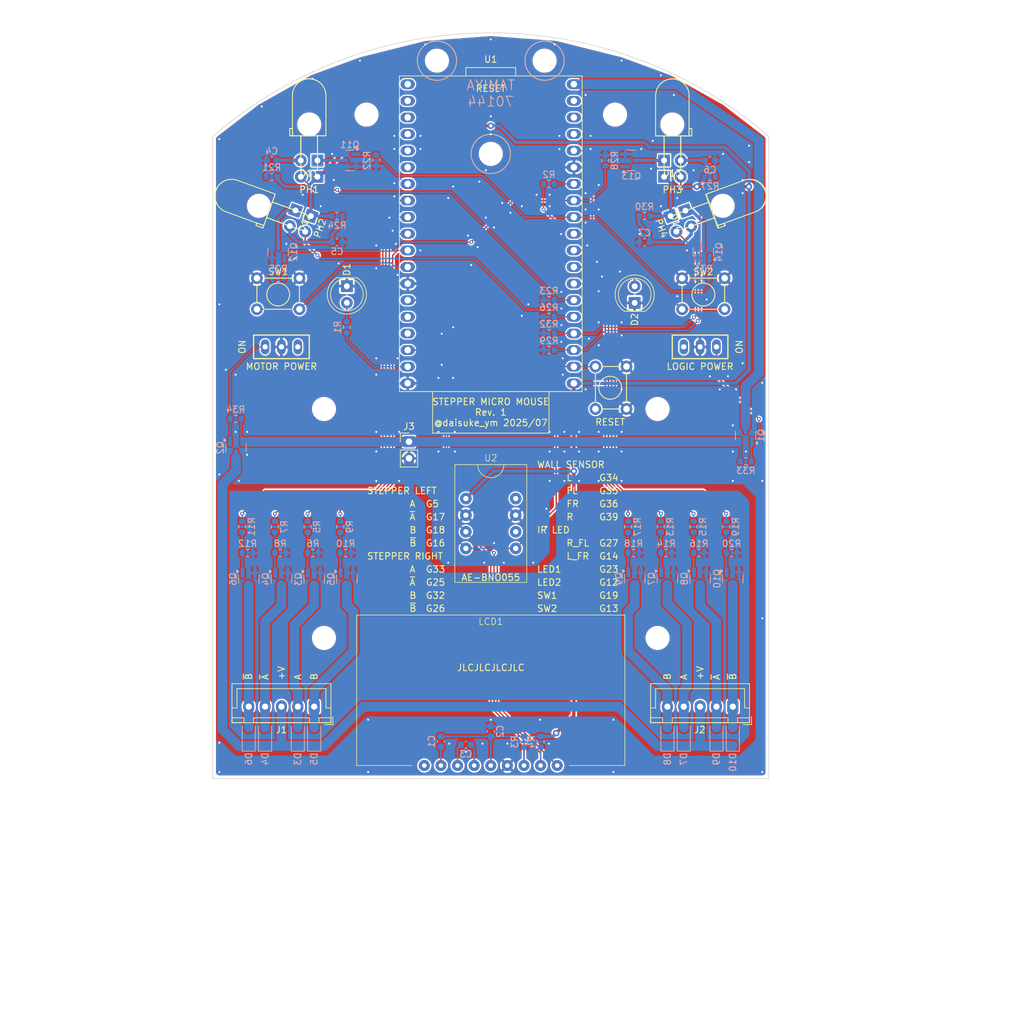
<source format=kicad_pcb>
(kicad_pcb (version 20221018) (generator pcbnew)
  (layers (0 "F.Cu" signal) (31 "B.Cu" signal) (34 "B.Paste" user) (35 "F.Paste" user) (36 "B.SilkS" user "B.Silkscreen") (37 "F.SilkS" user "F.Silkscreen") (38 "B.Mask" user) (39 "F.Mask" user) (44 "Edge.Cuts" user))
  (net 0 "")
  (net 1 "Net-(D1-A)")
  (net 2 "GND")
  (net 3 "Net-(D2-A)")
  (net 4 "+3V3")
  (net 5 "Net-(LCD1-VOUT)")
  (net 6 "Net-(LCD1-CAP1N)")
  (net 7 "Net-(LCD1-CAP1P)")
  (net 8 "/LED1")
  (net 9 "/STP1AX")
  (net 10 "/LED2")
  (net 11 "/SW1")
  (net 12 "/STP1BX")
  (net 13 "/STP1CX")
  (net 14 "/WS_FL")
  (net 15 "/STP1DX")
  (net 16 "/WS_L")
  (net 17 "/STP2AX")
  (net 18 "/IRLED_L_FR")
  (net 19 "/STP2CX")
  (net 20 "/IRLED_R_FL")
  (net 21 "/WS_R")
  (net 22 "/WS_FR")
  (net 23 "/STP2BX")
  (net 24 "/SW2")
  (net 25 "/RESET")
  (net 26 "/SCL")
  (net 27 "/SDA")
  (net 28 "+5V")
  (net 35 "/STP2DX")
  (net 36 "/STP1C")
  (net 37 "/STP1A")
  (net 38 "/STP1B")
  (net 39 "/STP1D")
  (net 40 "/STP2C")
  (net 42 "/STP2A")
  (net 43 "/STP2B")
  (net 44 "/STP2D")
  (net 46 "Net-(Q1-G)")
  (net 47 "Net-(Q2-G)")
  (net 48 "Net-(Q3-G)")
  (net 49 "Net-(Q4-G)")
  (net 50 "Net-(Q5-G)")
  (net 51 "Net-(Q6-G)")
  (net 52 "Net-(Q7-G)")
  (net 53 "Net-(Q8-G)")
  (net 54 "Net-(Q9-G)")
  (net 55 "Net-(Q10-G)")
  (net 60 "/BT")
  (net 61 "+5VP")
  (net 66 "Net-(D11-A)")
  (net 67 "Net-(D12-A)")
  (net 68 "Net-(D13-A)")
  (net 69 "Net-(D14-A)")
  (net 70 "Net-(D11-K)")
  (net 71 "Net-(D12-K)")
  (net 72 "Net-(D13-K)")
  (net 73 "Net-(D14-K)")
  (footprint "Connector_JST:JST_XH_B5B-XH-A_1x05_P2.50mm_Vertical" (layer "F.Cu") (at 187 123 180)
    (fp_text reference "J2")
    (fp_text value "STEPPER R")
  )
  (footprint "MyLib:AQM1602Y" (layer "F.Cu") (at 150 132)
    (fp_text reference "LCD1")
    (fp_text value "AQM1602Y")
  )
  (footprint "MountingHole:MountingHole_3.2mm_M3" (layer "F.Cu") (at 122.25 34)
    (fp_text reference "REF**" hide)
    (fp_text value "MountingHole_3.2mm_M3" hide)
  )
  (footprint "MountingHole:MountingHole_3.2mm_M3" (layer "F.Cu") (at 169 32.5)
    (fp_text reference "REF**" hide)
    (fp_text value "MountingHole_3.2mm_M3" hide)
  )
  (footprint "MyLib:SS12D01G4" (layer "F.Cu") (at 118 68)
    (fp_text reference "SW5" hide)
    (fp_text value "M_POWER" hide)
  )
  (footprint "MyLib:DTS-6-V-2" (layer "F.Cu") (at 117.5 60)
    (fp_text reference "SW1")
    (fp_text value "SW1")
  )
  (footprint "MountingHole:MountingHole_3.2mm_M3" (layer "F.Cu") (at 131 32.5)
    (fp_text reference "REF**" hide)
    (fp_text value "MountingHole_3.2mm_M3" hide)
  )
  (footprint "MountingHole:MountingHole_3.2mm_M3" (layer "F.Cu") (at 175.5 112.5)
    (fp_text reference "REF**" hide)
    (fp_text value "MountingHole_3.2mm_M3" hide)
  )
  (footprint "LED_THT:LED_D5.0mm_Horizontal_O3.81mm_Z9.0mm" (layer "F.Cu") (at 123.5 39.5 180)
    (fp_text reference "D11")
    (fp_text value "OSI5FU5111C-40")
  )
  (footprint "MyLib:AE-BNO055" (layer "F.Cu") (at 150 95 -90)
    (fp_text reference "U2")
    (fp_text value "AE-BNO055")
  )
  (footprint "LED_THT:LED_D5.0mm_Horizontal_O6.35mm_Z15.0mm" (layer "F.Cu") (at 122.5 48 -110)
    (fp_text reference "PH2")
    (fp_text value "L-51ROPT1D1")
  )
  (footprint "MountingHole:MountingHole_3.2mm_M3" (layer "F.Cu") (at 175.5 77.5)
    (fp_text reference "REF**" hide)
    (fp_text value "MountingHole_3.2mm_M3" hide)
  )
  (footprint "MountingHole:MountingHole_3.2mm_M3" (layer "F.Cu") (at 114.554934 46.438455 -20)
    (fp_text reference "REF**" hide)
    (fp_text value "MountingHole_3.2mm_M3" hide)
  )
  (footprint "LED_THT:LED_D5.0mm" (layer "F.Cu") (at 172 61.275 90)
    (fp_text reference "D2")
    (fp_text value "RED")
  )
  (footprint "MountingHole:MountingHole_3.2mm_M3" (layer "F.Cu") (at 124.5 112.5)
    (fp_text reference "REF**" hide)
    (fp_text value "MountingHole_3.2mm_M3" hide)
  )
  (footprint "MyLib:DTS-6-V-2" (layer "F.Cu") (at 168.25 74.25 -90)
    (fp_text reference "SW3" hide)
    (fp_text value "RESET")
  )
  (footprint "MountingHole:MountingHole_3.2mm_M3" (layer "F.Cu") (at 124.5 77.5)
    (fp_text reference "REF**" hide)
    (fp_text value "MountingHole_3.2mm_M3" hide)
  )
  (footprint "MyLib:DTS-6-V-2" (layer "F.Cu") (at 182.5 60)
    (fp_text reference "SW2")
    (fp_text value "SW2")
  )
  (footprint "MountingHole:MountingHole_3.2mm_M3" (layer "F.Cu") (at 185.445066 46.438455 20)
    (fp_text reference "REF**" hide)
    (fp_text value "MountingHole_3.2mm_M3" hide)
  )
  (footprint "Connector_JST:JST_XH_B5B-XH-A_1x05_P2.50mm_Vertical" (layer "F.Cu") (at 123 123 180)
    (fp_text reference "J1")
    (fp_text value "STEPPER L")
  )
  (footprint "Connector_PinHeader_2.54mm:PinHeader_1x02_P2.54mm_Vertical" (layer "F.Cu") (at 137.5 82.5)
    (fp_text reference "J3")
    (fp_text value "Power")
  )
  (footprint "LED_THT:LED_D5.0mm" (layer "F.Cu") (at 128 58.725 -90)
    (fp_text reference "D1")
    (fp_text value "GREEN")
  )
  (footprint "MyLib:SS12D01G4" (layer "F.Cu") (at 182 68 180)
    (fp_text reference "SW4" hide)
    (fp_text value "L_POWER" hide)
  )
  (footprint "LED_THT:LED_D5.0mm_Horizontal_O3.81mm_Z9.0mm" (layer "F.Cu") (at 120.150768 47.14495 -110)
    (fp_text reference "D12")
    (fp_text value "OSI5FU5111C-40")
  )
  (footprint "LED_THT:LED_D5.0mm_Horizontal_O6.35mm_Z15.0mm" (layer "F.Cu") (at 123.5 42 180)
    (fp_text reference "PH1")
    (fp_text value "L-51ROPT1D1")
  )
  (footprint "MountingHole:MountingHole_3.2mm_M3" (layer "F.Cu") (at 177.75 34)
    (fp_text reference "REF**" hide)
    (fp_text value "MountingHole_3.2mm_M3" hide)
  )
  (footprint "MyLib:ESP32-DevKitC" (layer "F.Cu") (at 150 50.71 180)
    (fp_text reference "U1")
    (fp_text value "ESP32-DevKitC")
  )
  (footprint "Package_TO_SOT_SMD:SOT-23" (layer "B.Cu") (at 123 103.5 -90)
    (fp_text reference "Q3")
    (fp_text value "AO3402")
  )
  (footprint "Diode_SMD:D_SOD-123F" (layer "B.Cu") (at 187 127.6 90)
    (fp_text reference "D10")
    (fp_text value "1N4007")
  )
  (footprint "Diode_SMD:D_SOD-123F" (layer "B.Cu") (at 184.5 127.6 90)
    (fp_text reference "D9")
    (fp_text value "1N4007")
  )
  (footprint "Resistor_SMD:R_0603_1608Metric" (layer "B.Cu") (at 111 79 180)
    (fp_text reference "R34")
    (fp_text value "10k")
  )
  (footprint "Resistor_SMD:R_0603_1608Metric" (layer "B.Cu") (at 158.89 65.95 180)
    (fp_text reference "R32")
    (fp_text value "1k")
  )
  (footprint "Package_TO_SOT_SMD:SOT-23" (layer "B.Cu") (at 128 103.5 -90)
    (fp_text reference "Q5")
    (fp_text value "AO3402")
  )
  (footprint "Resistor_SMD:R_0603_1608Metric" (layer "B.Cu") (at 181.825 99.5 180)
    (fp_text reference "R16")
    (fp_text value "10k")
  )
  (footprint "Resistor_SMD:R_0603_1608Metric" (layer "B.Cu") (at 116.5 42 180)
    (fp_text reference "R21")
    (fp_text value "10")
  )
  (footprint "Package_TO_SOT_SMD:SOT-23" (layer "B.Cu") (at 187 103.4375 -90)
    (fp_text reference "Q10")
    (fp_text value "AO3402")
  )
  (footprint "Resistor_SMD:R_0603_1608Metric" (layer "B.Cu") (at 117 95.5 90)
    (fp_text reference "R7")
    (fp_text value "10")
  )
  (footprint "Resistor_SMD:R_0603_1608Metric" (layer "B.Cu") (at 157.62 128.38 -90)
    (fp_text reference "R4")
    (fp_text value "10k")
  )
  (footprint "Resistor_SMD:R_0603_1608Metric" (layer "B.Cu") (at 117.825 99.5 180)
    (fp_text reference "R8")
    (fp_text value "10k")
  )
  (footprint "LED_THT:LED_D5.0mm_Horizontal_O6.35mm_Z15.0mm" (layer "B.Cu") (at 176.5 42)
    (fp_text reference "PH3")
    (fp_text value "L-51ROPT1D1")
  )
  (footprint "Resistor_SMD:R_0603_1608Metric" (layer "B.Cu") (at 181 95.5 90)
    (fp_text reference "R15")
    (fp_text value "10")
  )
  (footprint "Resistor_SMD:R_0603_1608Metric" (layer "B.Cu") (at 158.89 43.09 180)
    (fp_text reference "R2")
    (fp_text value "1k")
  )
  (footprint "Resistor_SMD:R_0603_1608Metric" (layer "B.Cu") (at 127.825 99.5 180)
    (fp_text reference "R10")
    (fp_text value "10k")
  )
  (footprint "Resistor_SMD:R_0603_1608Metric" (layer "B.Cu") (at 117.5 57.5 180)
    (fp_text reference "R25")
    (fp_text value "10k")
  )
  (footprint "Capacitor_SMD:C_0603_1608Metric" (layer "B.Cu") (at 173.5 52 180)
    (fp_text reference "C7")
    (fp_text value "1u")
  )
  (footprint "Capacitor_SMD:C_0603_1608Metric" (layer "B.Cu") (at 183.5 39.5)
    (fp_text reference "C6")
    (fp_text value "1u")
  )
  (footprint "Package_TO_SOT_SMD:SOT-23" (layer "B.Cu") (at 111.05 83.4375 -90)
    (fp_text reference "Q2")
    (fp_text value "AO3401A")
  )
  (footprint "Capacitor_SMD:C_0603_1608Metric" (layer "B.Cu") (at 150 126.78 90)
    (fp_text reference "C2")
    (fp_text value "1u")
  )
  (footprint "Package_TO_SOT_SMD:SOT-23" (layer "B.Cu") (at 172 103.4375 -90)
    (fp_text reference "Q9")
    (fp_text value "AO3402")
  )
  (footprint "LED_THT:LED_D5.0mm_Horizontal_O3.81mm_Z9.0mm" (layer "B.Cu") (at 179.764659 47.175731 -70)
    (fp_text reference "D14")
    (fp_text value "OSI5FU5111C-40")
  )
  (footprint "Resistor_SMD:R_0603_1608Metric" (layer "B.Cu") (at 158.89 60.87 180)
    (fp_text reference "R23")
    (fp_text value "1k")
  )
  (footprint "Resistor_SMD:R_0603_1608Metric" (layer "B.Cu") (at 183.5 42)
    (fp_text reference "R27")
    (fp_text value "10")
  )
  (footprint "Package_TO_SOT_SMD:SOT-23" (layer "B.Cu") (at 171.5 39.5)
    (fp_text reference "Q13")
    (fp_text value "BSS138")
  )
  (footprint "Package_TO_SOT_SMD:SOT-23" (layer "B.Cu") (at 117.5 53.5 90)
    (fp_text reference "Q12")
    (fp_text value "BSS138")
  )
  (footprint "Package_TO_SOT_SMD:SOT-23" (layer "B.Cu") (at 188.95 81.5625 90)
    (fp_text reference "Q1")
    (fp_text value "AO3401A")
  )
  (footprint "Package_TO_SOT_SMD:SOT-23" (layer "B.Cu") (at 182 103.4375 -90)
    (fp_text reference "Q8")
    (fp_text value "AO3402")
  )
  (footprint "Resistor_SMD:R_0603_1608Metric" (layer "B.Cu") (at 176 95.5 90)
    (fp_text reference "R13")
    (fp_text value "10")
  )
  (footprint "Resistor_SMD:R_0603_1608Metric" (layer "B.Cu") (at 171 95.5 90)
    (fp_text reference "R17")
    (fp_text value "10")
  )
  (footprint "Resistor_SMD:R_0603_1608Metric" (layer "B.Cu") (at 186 95.5 90)
    (fp_text reference "R19")
    (fp_text value "10")
  )
  (footprint "Resistor_SMD:R_0603_1608Metric" (layer "B.Cu") (at 112.825 99.5 180)
    (fp_text reference "R12")
    (fp_text value "10k")
  )
  (footprint "Resistor_SMD:R_0603_1608Metric" (layer "B.Cu") (at 132.5 39.5 -90)
    (fp_text reference "R22")
    (fp_text value "10k")
  )
  (footprint "Resistor_SMD:R_0603_1608Metric" (layer "B.Cu") (at 155.08 128.38 -90)
    (fp_text reference "R3")
    (fp_text value "10k")
  )
  (footprint "Package_TO_SOT_SMD:SOT-23" (layer "B.Cu") (at 113 103.5 -90)
    (fp_text reference "Q6")
    (fp_text value "AO3402")
  )
  (footprint "Package_TO_SOT_SMD:SOT-23" (layer "B.Cu") (at 182.5 53.5 90)
    (fp_text reference "Q14")
    (fp_text value "BSS138")
  )
  (footprint "Resistor_SMD:R_0603_1608Metric" (layer "B.Cu") (at 158.89 63.41 180)
    (fp_text reference "R26")
    (fp_text value "1k")
  )
  (footprint "Resistor_SMD:R_0603_1608Metric" (layer "B.Cu") (at 158.89 68.49 180)
    (fp_text reference "R29")
    (fp_text value "1k")
  )
  (footprint "Resistor_SMD:R_0603_1608Metric" (layer "B.Cu") (at 122.825 99.5 180)
    (fp_text reference "R6")
    (fp_text value "10k")
  )
  (footprint "Capacitor_SMD:C_0603_1608Metric" (layer "B.Cu") (at 142.38 128.33 -90)
    (fp_text reference "C1")
    (fp_text value "1u")
  )
  (footprint "Package_TO_SOT_SMD:SOT-23" (layer "B.Cu") (at 118 103.5 -90)
    (fp_text reference "Q4")
    (fp_text value "AO3402")
  )
  (footprint "Resistor_SMD:R_0603_1608Metric" (layer "B.Cu") (at 167.5 39.5 90)
    (fp_text reference "R28")
    (fp_text value "10k")
  )
  (footprint "Capacitor_SMD:C_0603_1608Metric" (layer "B.Cu") (at 126.5 52)
    (fp_text reference "C5")
    (fp_text value "1u")
  )
  (footprint "Diode_SMD:D_SOD-123F" (layer "B.Cu") (at 113 127.6 90)
    (fp_text reference "D6")
    (fp_text value "1N4007")
  )
  (footprint "Resistor_SMD:R_0603_1608Metric" (layer "B.Cu") (at 189 85.5)
    (fp_text reference "R33")
    (fp_text value "10k")
  )
  (footprint "Package_TO_SOT_SMD:SOT-23" (layer "B.Cu") (at 128.4375 39.5 180)
    (fp_text reference "Q11")
    (fp_text value "BSS138")
  )
  (footprint "Resistor_SMD:R_0603_1608Metric" (layer "B.Cu") (at 176.825 99.5 180)
    (fp_text reference "R14")
    (fp_text value "10k")
  )
  (footprint "Resistor_SMD:R_0603_1608Metric" (layer "B.Cu") (at 128 65 -90)
    (fp_text reference "R1")
    (fp_text value "1k")
  )
  (footprint "Diode_SMD:D_SOD-123F" (layer "B.Cu") (at 179.5 127.6 90)
    (fp_text reference "D7")
    (fp_text value "1N4007")
  )
  (footprint "Resistor_SMD:R_0603_1608Metric" (layer "B.Cu") (at 122 95.5 90)
    (fp_text reference "R5")
    (fp_text value "10")
  )
  (footprint "Resistor_SMD:R_0603_1608Metric" (layer "B.Cu") (at 126.5 48)
    (fp_text reference "R24")
    (fp_text value "10")
  )
  (footprint "LED_THT:LED_D5.0mm_Horizontal_O6.35mm_Z15.0mm" (layer "B.Cu") (at 177.5 48 -70)
    (fp_text reference "PH4")
    (fp_text value "L-51ROPT1D1")
  )
  (footprint "Diode_SMD:D_SOD-123F" (layer "B.Cu") (at 115.5 127.6 90)
    (fp_text reference "D4")
    (fp_text value "1N4007")
  )
  (footprint "Resistor_SMD:R_0603_1608Metric" (layer "B.Cu") (at 173.5 48 180)
    (fp_text reference "R30")
    (fp_text value "10")
  )
  (footprint "LED_THT:LED_D5.0mm_Horizontal_O3.81mm_Z9.0mm" (layer "B.Cu") (at 176.5 39.5)
    (fp_text reference "D13")
    (fp_text value "OSI5FU5111C-40")
  )
  (footprint "MyLib:TAMIYA70144" (layer "B.Cu") (at 150 29 180)
    (fp_text reference "TAMIYA70144" hide)
    (fp_text value "VAL**" hide)
  )
  (footprint "Diode_SMD:D_SOD-123F" (layer "B.Cu") (at 177 127.6 90)
    (fp_text reference "D8")
    (fp_text value "1N4007")
  )
  (footprint "Diode_SMD:D_SOD-123F" (layer "B.Cu") (at 123 127.6 90)
    (fp_text reference "D5")
    (fp_text value "1N4007")
  )
  (footprint "Package_TO_SOT_SMD:SOT-23" (layer "B.Cu") (at 177 103.4375 -90)
    (fp_text reference "Q7")
    (fp_text value "AO3402")
  )
  (footprint "Capacitor_SMD:C_0603_1608Metric" (layer "B.Cu") (at 146.19 128.825)
    (fp_text reference "C3")
    (fp_text value "1u")
  )
  (footprint "Diode_SMD:D_SOD-123F" (layer "B.Cu") (at 120.5 127.6 90)
    (fp_text reference "D3")
    (fp_text value "1N4007")
  )
  (footprint "Resistor_SMD:R_0603_1608Metric" (layer "B.Cu") (at 112 95.5 90)
    (fp_text reference "R11")
    (fp_text value "10")
  )
  (footprint "Capacitor_SMD:C_0603_1608Metric" (layer "B.Cu") (at 116.5 39.5 180)
    (fp_text reference "C4")
    (fp_text value "1u")
  )
  (footprint "Resistor_SMD:R_0603_1608Metric" (layer "B.Cu") (at 182.5 57.5 180)
    (fp_text reference "R31")
    (fp_text value "10k")
  )
  (footprint "Resistor_SMD:R_0603_1608Metric" (layer "B.Cu") (at 171.825 99.5 180)
    (fp_text reference "R18")
    (fp_text value "10k")
  )
  (footprint "Resistor_SMD:R_0603_1608Metric" (layer "B.Cu") (at 186.825 99.5 180)
    (fp_text reference "R20")
    (fp_text value "10k")
  )
  (footprint "Resistor_SMD:R_0603_1608Metric" (layer "B.Cu") (at 127 95.5 90)
    (fp_text reference "R9")
    (fp_text value "10")
  )
  (gr_line locked (start 192.5 134) (end 192.5 35.819213) (stroke (width 0.1)) (layer "Edge.Cuts"))
  (gr_line locked (start 107.5 35.819213) (end 107.5 134) (stroke (width 0.1)) (layer "Edge.Cuts"))
  (gr_line locked (start 107.5 134) (end 192.5 134) (stroke (width 0.1)) (layer "Edge.Cuts"))
  (gr_arc locked (start 107.5 35.819213) (mid 150 20.000002) (end 192.5 35.819213) (stroke (width 0.1)) (layer "Edge.Cuts"))
  (gr_text "LED1" (at 157 102) (layer "F.SilkS") (effects (font (size 1 1)) (justify left)))
  (gr_text "ON" (at 188 68 90) (layer "F.SilkS") (effects (font (size 1 1))))
  (gr_text "G16" (at 140 98) (layer "F.SilkS") (effects (font (size 1 1)) (justify left)))
  (gr_text "L_FR" (at 161.5 100) (layer "F.SilkS") (effects (font (size 1 1)) (justify left)))
  (gr_text "G25" (at 140 104) (layer "F.SilkS") (effects (font (size 1 1)) (justify left)))
  (gr_text "G27" (at 166.5 98) (layer "F.SilkS") (effects (font (size 1 1)) (justify left)))
  (gr_text "~{A}" (at 184.5 119 90) (layer "F.SilkS") (effects (font (size 1 1)) (justify left)))
  (gr_text "A" (at 120.5 119 90) (layer "F.SilkS") (effects (font (size 1 1)) (justify left)))
  (gr_text "R" (at 161.5 94) (layer "F.SilkS") (effects (font (size 1 1)) (justify left)))
  (gr_text "G12" (at 166.5 104) (layer "F.SilkS") (effects (font (size 1 1)) (justify left)))
  (gr_text "G39" (at 166.5 94) (layer "F.SilkS") (effects (font (size 1 1)) (justify left)))
  (gr_text "LED2" (at 157 104) (layer "F.SilkS") (effects (font (size 1 1)) (justify left)))
  (gr_text "G23" (at 166.5 102) (layer "F.SilkS") (effects (font (size 1 1)) (justify left)))
  (gr_text "G36" (at 166.5 92) (layer "F.SilkS") (effects (font (size 1 1)) (justify left)))
  (gr_text "A" (at 179.5 119 90) (layer "F.SilkS") (effects (font (size 1 1)) (justify left)))
  (gr_text "WALL SENSOR" (at 157 86) (layer "F.SilkS") (effects (font (size 1 1)) (justify left)))
  (gr_text "G35" (at 166.5 90) (layer "F.SilkS") (effects (font (size 1 1)) (justify left)))
  (gr_text "G33" (at 140 102) (layer "F.SilkS") (effects (font (size 1 1)) (justify left)))
  (gr_text "G26" (at 140 108) (layer "F.SilkS") (effects (font (size 1 1)) (justify left)))
  (gr_text "G5" (at 140 92) (layer "F.SilkS") (effects (font (size 1 1)) (justify left)))
  (gr_text "JLCJLCJLCJLC" (at 150 117.04) (layer "F.SilkS") (effects (font (size 1 1))))
  (gr_text "RESET" (at 150 28.5) (layer "F.SilkS") (effects (font (size 1 1))))
  (gr_text "B" (at 123 119 90) (layer "F.SilkS") (effects (font (size 1 1)) (justify left)))
  (gr_text "B" (at 137.5 106) (layer "F.SilkS") (effects (font (size 1 1)) (justify left)))
  (gr_text "~{A}" (at 137.5 94) (layer "F.SilkS") (effects (font (size 1 1)) (justify left)))
  (gr_text "~{B}" (at 137.5 98) (layer "F.SilkS") (effects (font (size 1 1)) (justify left)))
  (gr_text "LOGIC POWER" (at 182 71) (layer "F.SilkS") (effects (font (size 1 1))))
  (gr_text "AE-BNO055" (at 150 103.255) (layer "F.SilkS") (effects (font (size 1 1))))
  (gr_text "STEPPER LEFT" (at 131 90) (layer "F.SilkS") (effects (font (size 1 1)) (justify left)))
  (gr_text "IR LED" (at 157 96) (layer "F.SilkS") (effects (font (size 1 1)) (justify left)))
  (gr_text "A" (at 137.5 102) (layer "F.SilkS") (effects (font (size 1 1)) (justify left)))
  (gr_text "G34" (at 166.5 88) (layer "F.SilkS") (effects (font (size 1 1)) (justify left)))
  (gr_text "~{A}" (at 115.5 119 90) (layer "F.SilkS") (effects (font (size 1 1)) (justify left)))
  (gr_text "G32" (at 140 106) (layer "F.SilkS") (effects (font (size 1 1)) (justify left)))
  (gr_text "SW2" (at 157 108) (layer "F.SilkS") (effects (font (size 1 1)) (justify left)))
  (gr_text "+V" (at 182 119 90) (layer "F.SilkS") (effects (font (size 1 1)) (justify left)))
  (gr_text "A" (at 137.5 92) (layer "F.SilkS") (effects (font (size 1 1)) (justify left)))
  (gr_text "~{B}" (at 113 119 90) (layer "F.SilkS") (effects (font (size 1 1)) (justify left)))
  (gr_text "G19" (at 166.5 106) (layer "F.SilkS") (effects (font (size 1 1)) (justify left)))
  (gr_text "~{B}" (at 187 119 90) (layer "F.SilkS") (effects (font (size 1 1)) (justify left)))
  (gr_text "SW1" (at 157 106) (layer "F.SilkS") (effects (font (size 1 1)) (justify left)))
  (gr_text "B" (at 137.5 96) (layer "F.SilkS") (effects (font (size 1 1)) (justify left)))
  (gr_text "G18" (at 140 96) (layer "F.SilkS") (effects (font (size 1 1)) (justify left)))
  (gr_text "FL" (at 161.5 90) (layer "F.SilkS") (effects (font (size 1 1)) (justify left)))
  (gr_text "STEPPER MICRO MOUSE\nRev. 1\n@daisuke_ym 2025/07" (at 150 78) (layer "F.SilkS") (effects (font (size 1 1))))
  (gr_text "RESET" (at 168.25 79.5) (layer "F.SilkS") (effects (font (size 1 1))))
  (gr_text "G13" (at 166.5 108) (layer "F.SilkS") (effects (font (size 1 1)) (justify left)))
  (gr_text "L" (at 161.5 88) (layer "F.SilkS") (effects (font (size 1 1)) (justify left)))
  (gr_text "R_FL" (at 161.5 98) (layer "F.SilkS") (effects (font (size 1 1)) (justify left)))
  (gr_text "STEPPER RIGHT" (at 131 100) (layer "F.SilkS") (effects (font (size 1 1)) (justify left)))
  (gr_text "B" (at 177 119 90) (layer "F.SilkS") (effects (font (size 1 1)) (justify left)))
  (gr_text "ON" (at 112 68 90) (layer "F.SilkS") (effects (font (size 1 1))))
  (gr_text "~{B}" (at 137.5 108) (layer "F.SilkS") (effects (font (size 1 1)) (justify left)))
  (gr_text "FR" (at 161.5 92) (layer "F.SilkS") (effects (font (size 1 1)) (justify left)))
  (gr_text "G17" (at 140 94) (layer "F.SilkS") (effects (font (size 1 1)) (justify left)))
  (gr_text "~{A}" (at 137.5 104) (layer "F.SilkS") (effects (font (size 1 1)) (justify left)))
  (gr_text "+V" (at 118 119 90) (layer "F.SilkS") (effects (font (size 1 1)) (justify left)))
  (gr_text "MOTOR POWER" (at 118 71) (layer "F.SilkS") (effects (font (size 1 1))))
  (gr_text "G14" (at 166.5 100) (layer "F.SilkS") (effects (font (size 1 1)) (justify left)))
  (segment (start 128 64.175) (end 128 61.265) (width 0.2) (layer "B.Cu") (net 1))
  (segment (start 153.175 92.46) (end 154.445 92.46) (width 0.15) (layer "F.Cu") (net 2))
  (segment (start 145.555 95) (end 146.825 95) (width 0.15) (layer "F.Cu") (net 2))
  (segment (start 145.555 92.46) (end 146.825 92.46) (width 0.15) (layer "F.Cu") (net 2))
  (segment (start 153.175 95) (end 154.445 95) (width 0.15) (layer "F.Cu") (net 2))
  (segment (start 153.175 97.54) (end 154.445 97.54) (width 0.15) (layer "F.Cu") (net 2))
  (via (at 161.25 84) (size 0.6) (drill 0.3) (layers "F.Cu" "B.Cu") (net 2))
  (via (at 108.5 133) (size 0.6) (drill 0.3) (layers "F.Cu" "B.Cu") (net 2))
  (via (at 170 81) (size 0.6) (drill 0.3) (layers "F.Cu" "B.Cu") (net 2))
  (via (at 174.75 36.5) (size 0.6) (drill 0.3) (layers "F.Cu" "B.Cu") (net 2))
  (via (at 173 37.75) (size 0.6) (drill 0.3) (layers "F.Cu" "B.Cu") (net 2))
  (via (at 165.25 35.75) (size 0.6) (drill 0.3) (layers "F.Cu" "B.Cu") (net 2))
  (via (at 160.795 64.68) (size 0.6) (drill 0.3) (layers "F.Cu" "B.Cu") (net 2))
  (via (at 135.25 43) (size 0.6) (drill 0.3) (layers "F.Cu" "B.Cu") (net 2))
  (via (at 159.75 21.75) (size 0.6) (drill 0.3) (layers "F.Cu" "B.Cu") (net 2))
  (via (at 176 49.75) (size 0.6) (drill 0.3) (layers "F.Cu" "B.Cu") (net 2))
  (via (at 132.5 69.75) (size 0.6) (drill 0.3) (layers "F.Cu" "B.Cu") (net 2))
  (via (at 142.5 66) (size 0.6) (drill 0.3) (layers "F.Cu" "B.Cu") (net 2))
  (via (at 176 26.5) (size 0.6) (drill 0.3) (layers "F.Cu" "B.Cu") (net 2))
  (via (at 169.75 56.5) (size 0.6) (drill 0.3) (layers "F.Cu" "B.Cu") (net 2))
  (via (at 146.5 51) (size 0.6) (drill 0.3) (layers "F.Cu" "B.Cu") (net 2))
  (via (at 131.25 125) (size 0.6) (drill 0.3) (layers "F.Cu" "B.Cu") (net 2))
  (via (at 108.5 61.5) (size 0.6) (drill 0.3) (layers "F.Cu" "B.Cu") (net 2))
  (via (at 165.25 37.75) (size 0.6) (drill 0.3) (layers "F.Cu" "B.Cu") (net 2))
  (via (at 135.25 45) (size 0.6) (drill 0.3) (layers "F.Cu" "B.Cu") (net 2))
  (via (at 150 35.5) (size 0.6) (drill 0.3) (layers "F.Cu" "B.Cu") (net 2))
  (via (at 188.5 70.5) (size 0.6) (drill 0.3) (layers "F.Cu" "B.Cu") (net 2))
  (via (at 139.25 53.25) (size 0.6) (drill 0.3) (layers "F.Cu" "B.Cu") (net 2))
  (via (at 143.5 45.25) (size 0.6) (drill 0.3) (layers "F.Cu" "B.Cu") (net 2))
  (via (at 150.5 49.75) (size 0.6) (drill 0.3) (layers "F.Cu" "B.Cu") (net 2))
  (via (at 112.75 84.5) (size 0.6) (drill 0.3) (layers "F.Cu" "B.Cu") (net 2))
  (via (at 166.5 47) (size 0.6) (drill 0.3) (layers "F.Cu" "B.Cu") (net 2))
  (via (at 160.5 37.75) (size 0.6) (drill 0.3) (layers "F.Cu" "B.Cu") (net 2))
  (via (at 140 21.75) (size 0.6) (drill 0.3) (layers "F.Cu" "B.Cu") (net 2))
  (via (at 164.5 44.5) (size 0.6) (drill 0.3) (layers "F.Cu" "B.Cu") (net 2))
  (via (at 132.5 56) (size 0.6) (drill 0.3) (layers "F.Cu" "B.Cu") (net 2))
  (via (at 154.75 46.5) (size 0.6) (drill 0.3) (layers "F.Cu" "B.Cu") (net 2))
  (via (at 161 69.75) (size 0.6) (drill 0.3) (layers "F.Cu" "B.Cu") (net 2))
  (via (at 189 84) (size 0.6) (drill 0.3) (layers "F.Cu" "B.Cu") (net 2))
  (via (at 108.5 128.5) (size 0.6) (drill 0.3) (layers "F.Cu" "B.Cu") (net 2))
  (via (at 144.25 65) (size 0.6) (drill 0.3) (layers "F.Cu" "B.Cu") (net 2))
  (via (at 132.5 84) (size 0.6) (drill 0.3) (layers "F.Cu" "B.Cu") (net 2))
  (via (at 159 44.75) (size 0.6) (drill 0.3) (layers "F.Cu" "B.Cu") (net 2))
  (via (at 142 72.75) (size 0.6) (drill 0.3) (layers "F.Cu" "B.Cu") (net 2))
  (via (at 160.795 67.22) (size 0.6) (drill 0.3) (layers "F.Cu" "B.Cu") (net 2))
  (via (at 164.75 52.5) (size 0.6) (drill 0.3) (layers "F.Cu" "B.Cu") (net 2))
  (via (at 126.75 55.25) (size 0.6) (drill 0.3) (layers "F.Cu" "B.Cu") (net 2))
  (via (at 143.5 101) (size 0.6) (drill 0.3) (layers "F.Cu" "B.Cu") (net 2))
  (via (at 186.25 72.5) (size 0.6) (drill 0.3) (layers "F.Cu" "B.Cu") (net 2))
  (via (at 155.75 61.5) (size 0.6) (drill 0.3) (layers "F.Cu" "B.Cu") (net 2))
  (via (at 143.65 128.655) (size 0.6) (drill 0.3) (layers "F.Cu" "B.Cu") (net 2))
  (via (at 132.5 81) (size 0.6) (drill 0.3) (layers "F.Cu" "B.Cu") (net 2))
  (via (at 183 60.75) (size 0.6) (drill 0.3) (layers "F.Cu" "B.Cu") (net 2))
  (via (at 111.5 88.5) (size 0.6) (drill 0.3) (layers "F.Cu" "B.Cu") (net 2))
  (via (at 170 64.25) (size 0.6) (drill 0.3) (layers "F.Cu" "B.Cu") (net 2))
  (via (at 135.75 69.75) (size 0.6) (drill 0.3) (layers "F.Cu" "B.Cu") (net 2))
  (via (at 178.5 60.25) (size 0.6) (drill 0.3) (layers "F.Cu" "B.Cu") (net 2))
  (via (at 150 21) (size 0.6) (drill 0.3) (layers "F.Cu" "B.Cu") (net 2))
  (via (at 165 66.75) (size 0.6) (drill 0.3) (layers "F.Cu" "B.Cu") (net 2))
  (via (at 109.5 71.5) (size 0.6) (drill 0.3) (layers "F.Cu" "B.Cu") (net 2))
  (via (at 191.5 133) (size 0.6) (drill 0.3) (layers "F.Cu" "B.Cu") (net 2))
  (via (at 178.5 45.25) (size 0.6) (drill 0.3) (layers "F.Cu" "B.Cu") (net 2))
  (via (at 142 84) (size 0.6) (drill 0.3) (layers "F.Cu" "B.Cu") (net 2))
  (via (at 108.5 87.5) (size 0.6) (drill 0.3) (layers "F.Cu" "B.Cu") (net 2))
  (via (at 160.5 35.75) (size 0.6) (drill 0.3) (layers "F.Cu" "B.Cu") (net 2))
  (via (at 187 88.5) (size 0.6) (drill 0.3) (layers "F.Cu" "B.Cu") (net 2))
  (via (at 158.89 128.655) (size 0.6) (drill 0.3) (layers "F.Cu" "B.Cu") (net 2))
  (via (at 136 88.5) (size 0.6) (drill 0.3) (layers "F.Cu" "B.Cu") (net 2))
  (via (at 187 80) (size 0.6) (drill 0.3) (layers "F.Cu" "B.Cu") (net 2))
  (via (at 161 72.25) (size 0.6) (drill 0.3) (layers "F.Cu" "B.Cu") (net 2))
  (via (at 156.5 101) (size 0.6) (drill 0.3) (layers "F.Cu" "B.Cu") (net 2))
  (via (at 187 84) (size 0.6) (drill 0.3) (layers "F.Cu" "B.Cu") (net 2))
  (via (at 174.5 40.75) (size 0.6) (drill 0.3) (layers "F.Cu" "B.Cu") (net 2))
  (via (at 148.25 42.75) (size 0.6) (drill 0.3) (layers "F.Cu" "B.Cu") (net 2))
  (via (at 135 50.25) (size 0.6) (drill 0.3) (layers "F.Cu" "B.Cu") (net 2))
  (via (at 189.5 37.25) (size 0.6) (drill 0.3) (layers "F.Cu" "B.Cu") (net 2))
  (via (at 178 29.5) (size 0.6) (drill 0.3) (layers "F.Cu" "B.Cu") (net 2))
  (via (at 164.5 29.5) (size 0.6) (drill 0.3) (layers "F.Cu" "B.Cu") (net 2))
  (via (at 135.25 37.75) (size 0.6) (drill 0.3) (layers "F.Cu" "B.Cu") (net 2))
  (via (at 152.54 128.655) (size 0.6) (drill 0.3) (layers "F.Cu" "B.Cu") (net 2))
  (via (at 166.5 88.5) (size 0.6) (drill 0.3) (layers "F.Cu" "B.Cu") (net 2))
  (via (at 183.5 72.5) (size 0.6) (drill 0.3) (layers "F.Cu" "B.Cu") (net 2))
  (via (at 191.5 109.5) (size 0.6) (drill 0.3) (layers "F.Cu" "B.Cu") (net 2))
  (via (at 135.5 52.25) (size 0.6) (drill 0.3) (layers "F.Cu" "B.Cu") (net 2))
  (via (at 161.25 88.5) (size 0.6) (drill 0.3) (layers "F.Cu" "B.Cu") (net 2))
  (via (at 160.795 59.6) (size 0.6) (drill 0.3) (layers "F.Cu" "B.Cu") (net 2))
  (via (at 144.5 84) (size 0.6) (drill 0.3) (layers "F.Cu" "B.Cu") (net 2))
  (via (at 142.5 70.75) (size 0.6) (drill 0.3) (layers "F.Cu" "B.Cu") (net 2))
  (via (at 144.5 81) (size 0.6) (drill 0.3) (layers "F.Cu" "B.Cu") (net 2))
  (via (at 167 57.25) (size 0.6) (drill 0.3) (layers "F.Cu" "B.Cu") (net 2))
  (via (at 125.75 38.5) (size 0.6) (drill 0.3) (layers "F.Cu" "B.Cu") (net 2))
  (via (at 153 47.5) (size 0.6) (drill 0.3) (layers "F.Cu" "B.Cu") (net 2))
  (via (at 123.75 49.75) (size 0.6) (drill 0.3) (layers "F.Cu" "B.Cu") (net 2))
  (via (at 132.5 88.5) (size 0.6) (drill 0.3) (layers "F.Cu" "B.Cu") (net 2))
  (via (at 170 88.5) (size 0.6) (drill 0.3) (layers "F.Cu" "B.Cu") (net 2))
  (via (at 144.25 72.75) (size 0.6) (drill 0.3) (layers "F.Cu" "B.Cu") (net 2))
  (via (at 139.25 37.75) (size 0.6) (drill 0.3) (layers "F.Cu" "B.Cu") (net 2))
  (via (at 163.5 88.5) (size 0.6) (drill 0.3) (layers "F.Cu" "B.Cu") (net 2))
  (via (at 170 24.25) (size 0.6) (drill 0.3) (layers "F.Cu" "B.Cu") (net 2))
  (via (at 122.75 27) (size 0.6) (drill 0.3) (layers "F.Cu" "B.Cu") (net 2))
  (via (at 121.25 44.75) (size 0.6) (drill 0.3) (layers "F.Cu" "B.Cu") (net 2))
  (via (at 111 72.25) (size 0.6) (drill 0.3) (layers "F.Cu" "B.Cu") (net 2))
  (via (at 131.25 133) (size 0.6) (drill 0.3) (layers "F.Cu" "B.Cu") (net 2))
  (via (at 188.5 42.5) (size 0.6) (drill 0.3) (layers "F.Cu" "B.Cu") (net 2))
  (via (at 130 24.25) (size 0.6) (drill 0.3) (layers "F.Cu" "B.Cu") (net 2))
  (via (at 161.25 81) (size 0.6) (drill 0.3) (layers "F.Cu" "B.Cu") (net 2))
  (via (at 172.75 50.75) (size 0.6) (drill 0.3) (layers "F.Cu" "B.Cu") (net 2))
  (via (at 150.5 98) (size 0.6) (drill 0.3) (layers "F.Cu" "B.Cu") (net 2))
  (via (at 164.5 47) (size 0.6) (drill 0.3) (layers "F.Cu" "B.Cu") (net 2))
  (via (at 149.25 41) (size 0.6) (drill 0.3) (layers "F.Cu" "B.Cu") (net 2))
  (via (at 148.73 128.655) (size 0.6) (drill 0.3) (layers "F.Cu" "B.Cu") (net 2))
  (via (at 142 81) (size 0.6) (drill 0.3) (layers "F.Cu" "B.Cu") (net 2))
  (via (at 160.795 62.14) (size 0.6) (drill 0.3) (layers "F.Cu" "B.Cu") (net 2))
  (via (at 149 101) (size 0.6) (drill 0.3) (layers "F.Cu" "B.Cu") (net 2))
  (via (at 150 32.75) (size 0.6) (drill 0.3) (layers "F.Cu" "B.Cu") (net 2))
  (via (at 164.5 74.5) (size 0.6) (drill 0.3) (layers "F.Cu" "B.Cu") (net 2))
  (via (at 108.5 36.25) (size 0.6) (drill 0.3) (layers "F.Cu" "B.Cu") (net 2))
  (via (at 166.5 64.25) (size 0.6) (drill 0.3) (layers "F.Cu" "B.Cu") (net 2))
  (via (at 132.5 52.5) (size 0.6) (drill 0.3) (layers "F.Cu" "B.Cu") (net 2))
  (via (at 136 81) (size 0.6) (drill 0.3) (layers "F.Cu" "B.Cu") (net 2))
  (via (at 163.5 84) (size 0.6) (drill 0.3) (layers "F.Cu" "B.Cu") (net 2))
  (via (at 135.25 35.75) (size 0.6) (drill 0.3) (layers "F.Cu" "B.Cu") (net 2))
  (via (at 150 125) (size 0.6) (drill 0.3) (layers "F.Cu" "B.Cu") (net 2))
  (via (at 170 84) (size 0.6) (drill 0.3) (layers "F.Cu" "B.Cu") (net 2))
  (via (at 168.75 125) (size 0.6) (drill 0.3) (layers "F.Cu" "B.Cu") (net 2))
  (via (at 159 88.5) (size 0.6) (drill 0.3) (layers "F.Cu" "B.Cu") (net 2))
  (via (at 159 46.5) (size 0.6) (drill 0.3) (layers "F.Cu" "B.Cu") (net 2))
  (via (at 147 55.5) (size 0.6) (drill 0.3) (layers "F.Cu" "B.Cu") (net 2))
  (via (at 191.5 73.5) (size 0.6) (drill 0.3) (layers "F.Cu" "B.Cu") (net 2))
  (via (at 124 46.5) (size 0.6) (drill 0.3) (layers "F.Cu" "B.Cu") (net 2))
  (via (at 149.25 48.25) (size 0.6) (drill 0.3) (layers "F.Cu" "B.Cu") (net 2))
  (via (at 185 74.5) (size 0.6) (drill 0.3) (layers "F.Cu" "B.Cu") (net 2))
  (via (at 134.5 48.25) (size 0.6) (drill 0.3) (layers "F.Cu" "B.Cu") (net 2))
  (via (at 187.5 74.5) (size 0.6) (drill 0.3) (layers "F.Cu" "B.Cu") (net 2))
  (via (at 146.19 129.925) (size 0.6) (drill 0.3) (layers "F.Cu" "B.Cu") (net 2))
  (via (at 157.5 125) (size 0.6) (drill 0.3) (layers "F.Cu" "B.Cu") (net 2))
  (via (at 170 66.25) (size 0.6) (drill 0.3) (layers "F.Cu" "B.Cu") (net 2))
  (via (at 166.5 84) (size 0.6) (drill 0.3) (layers "F.Cu" "B.Cu") (net 2))
  (via (at 191.5 88.5) (size 0.6) (drill 0.3) (layers "F.Cu" "B.Cu") (net 2))
  (via (at 158.5 95.5) (size 0.6) (drill 0.3) (layers "F.Cu" "B.Cu") (net 2))
  (via (at 166.5 43.25) (size 0.6) (drill 0.3) (layers "F.Cu" "B.Cu") (net 2))
  (via (at 115 31.25) (size 0.6) (drill 0.3) (layers "F.Cu" "B.Cu") (net 2))
  (via (at 152 101) (size 0.6) (drill 0.3) (layers "F.Cu" "B.Cu") (net 2))
  (via (at 118.75 52.25) (size 0.6) (drill 0.3) (layers "F.Cu" "B.Cu") (net 2))
  (via (at 135.75 57) (size 0.6) (drill 0.3) (layers "F.Cu" "B.Cu") (net 2))
  (via (at 112.75 81) (size 0.6) (drill 0.3) (layers "F.Cu" "B.Cu") (net 2))
  (via (at 157 44.75) (size 0.6) (drill 0.3) (layers "F.Cu" "B.Cu") (net 2))
  (via (at 154.75 63.25) (size 0.6) (drill 0.3) (layers "F.Cu" "B.Cu") (net 2))
  (via (at 151.75 46) (size 0.6) (drill 0.3) (layers "F.Cu" "B.Cu") (net 2))
  (via (at 111 81) (size 0.6) (drill 0.3) (layers "F.Cu" "B.Cu") (net 2))
  (via (at 144.25 43.5) (size 0.6) (drill 0.3) (layers "F.Cu" "B.Cu") (net 2))
  (via (at 158.5 92.75) (size 0.6) (drill 0.3) (layers "F.Cu" "B.Cu") (net 2))
  (via (at 120 54.5) (size 0.6) (drill 0.3) (layers "F.Cu" "B.Cu") (net 2))
  (via (at 188.5 44.5) (size 0.6) (drill 0.3) (layers "F.Cu" "B.Cu") (net 2))
  (via (at 132.5 72.25) (size 0.6) (drill 0.3) (layers "F.Cu" "B.Cu") (net 2))
  (via (at 180 53.25) (size 0.6) (drill 0.3) (layers "F.Cu" "B.Cu") (net 2))
  (via (at 176 46.5) (size 0.6) (drill 0.3) (layers "F.Cu" "B.Cu") (net 2))
  (via (at 164.5 49) (size 0.6) (drill 0.3) (layers "F.Cu" "B.Cu") (net 2))
  (via (at 170 74.5) (size 0.6) (drill 0.3) (layers "F.Cu" "B.Cu") (net 2))
  (via (at 148 52.75) (size 0.6) (drill 0.3) (layers "F.Cu" "B.Cu") (net 2))
  (via (at 139.25 35.75) (size 0.6) (drill 0.3) (layers "F.Cu" "B.Cu") (net 2))
  (via (at 159 84) (size 0.6) (drill 0.3) (layers "F.Cu" "B.Cu") (net 2))
  (via (at 185.5 38.5) (size 0.6) (drill 0.3) (layers "F.Cu" "B.Cu") (net 2))
  (via (at 160.75 50.75) (size 0.6) (drill 0.3) (layers "F.Cu" "B.Cu") (net 2))
  (via (at 159 81) (size 0.6) (drill 0.3) (layers "F.Cu" "B.Cu") (net 2))
  (via (at 166.5 67.75) (size 0.6) (drill 0.3) (layers "F.Cu" "B.Cu") (net 2))
  (via (at 166.5 59.5) (size 0.6) (drill 0.3) (layers "F.Cu" "B.Cu") (net 2))
  (via (at 166.5 81) (size 0.6) (drill 0.3) (layers "F.Cu" "B.Cu") (net 2))
  (via (at 168.75 133) (size 0.6) (drill 0.3) (layers "F.Cu" "B.Cu") (net 2))
  (via (at 163.5 81) (size 0.6) (drill 0.3) (layers "F.Cu" "B.Cu") (net 2))
  (via (at 166.25 55) (size 0.6) (drill 0.3) (layers "F.Cu" "B.Cu") (net 2))
  (via (at 181 41) (size 0.6) (drill 0.3) (layers "F.Cu" "B.Cu") (net 2))
  (via (at 126 42.5) (size 0.6) (drill 0.3) (layers "F.Cu" "B.Cu") (net 2))
  (via (at 189.5 39.75) (size 0.6) (drill 0.3) (layers "F.Cu" "B.Cu") (net 2))
  (segment (start 176.432651 103.455783) (end 176.188434 103.7) (width 0.12) (layer "B.Cu") (net 2))
  (segment (start 112.5 103.5) (end 112.438434 103.5) (width 0.12) (layer "B.Cu") (net 2))
  (segment (start 113.566016 103.5) (end 113.566016 103.50445) (width 0.12) (layer "B.Cu") (net 2))
  (segment (start 181.432651 103.455783) (end 181.188434 103.7) (width 0.12) (layer "B.Cu") (net 2))
  (segment (start 116.75 124.25) (end 116.75 121.75) (width 0.15) (layer "B.Cu") (net 2))
  (segment (start 182.560233 103.460233) (end 182.8 103.7) (width 0.12) (layer "B.Cu") (net 2))
  (segment (start 113.566016 103.50445) (end 113.805783 103.744217) (width 0.12) (layer "B.Cu") (net 2))
  (segment (start 177.560233 103.460233) (end 177.8 103.7) (width 0.12) (layer "B.Cu") (net 2))
  (segment (start 128.5 103.5) (end 128.566016 103.5) (width 0.12) (layer "B.Cu") (net 2))
  (segment (start 114.25 124.25) (end 114.25 121.75) (width 0.15) (layer "B.Cu") (net 2))
  (segment (start 187.494217 103.455783) (end 187.560233 103.455783) (width 0.12) (layer "B.Cu") (net 2))
  (segment (start 182.8 53.7) (end 183.2 53.3) (width 0.12) (layer "B.Cu") (net 2))
  (segment (start 177.560233 103.455783) (end 177.560233 103.460233) (width 0.12) (layer "B.Cu") (net 2))
  (segment (start 187.244217 103.205783) (end 187.494217 103.455783) (width 0.12) (layer "B.Cu") (net 2))
  (segment (start 183.25 121.75) (end 183.25 124.25) (width 0.15) (layer "B.Cu") (net 2))
  (segment (start 171.438434 103.45) (end 171.194217 103.694217) (width 0.12) (layer "B.Cu") (net 2))
  (segment (start 176.744217 103.205783) (end 176.494217 103.455783) (width 0.12) (layer "B.Cu") (net 2))
  (segment (start 186.432651 103.455783) (end 186.188434 103.7) (width 0.12) (layer "B.Cu") (net 2))
  (segment (start 117.8 53.7) (end 118.2 53.3) (width 0.12) (layer "B.Cu") (net 2))
  (segment (start 117.5 103.5) (end 117.438434 103.5) (width 0.12) (layer "B.Cu") (net 2))
  (segment (start 171.3 39.2) (end 171.7 38.8) (width 0.15) (layer "B.Cu") (net 2))
  (segment (start 182.2 53.7) (end 181.8 53.3) (width 0.12) (layer "B.Cu") (net 2))
  (segment (start 187.560233 103.460233) (end 187.8 103.7) (width 0.12) (layer "B.Cu") (net 2))
  (segment (start 121.75 124.25) (end 121.75 121.75) (width 0.15) (layer "B.Cu") (net 2))
  (segment (start 127.438434 103.5) (end 127.194217 103.744217) (width 0.12) (layer "B.Cu") (net 2))
  (segment (start 127.5 103.5) (end 127.438434 103.5) (width 0.12) (layer "B.Cu") (net 2))
  (segment (start 118.566016 103.5) (end 118.566016 103.50445) (width 0.12) (layer "B.Cu") (net 2))
  (segment (start 187.560233 103.455783) (end 187.560233 103.460233) (width 0.12) (layer "B.Cu") (net 2))
  (segment (start 118.566016 103.50445) (end 118.805783 103.744217) (width 0.12) (layer "B.Cu") (net 2))
  (segment (start 113.5 103.5) (end 113.566016 103.5) (width 0.12) (layer "B.Cu") (net 2))
  (segment (start 128.566016 103.5) (end 128.566016 103.50445) (width 0.12) (layer "B.Cu") (net 2))
  (segment (start 186.744217 103.205783) (end 186.494217 103.455783) (width 0.12) (layer "B.Cu") (net 2))
  (segment (start 122.438434 103.5) (end 122.194217 103.744217) (width 0.12) (layer "B.Cu") (net 2))
  (segment (start 180.75 121.75) (end 180.75 124.25) (width 0.15) (layer "B.Cu") (net 2))
  (segment (start 123.5 103.5) (end 123.566016 103.5) (width 0.12) (layer "B.Cu") (net 2))
  (segment (start 112.438434 103.5) (end 112.194217 103.744217) (width 0.12) (layer "B.Cu") (net 2))
  (segment (start 171.75 103.2) (end 171.5 103.45) (width 0.12) (layer "B.Cu") (net 2))
  (segment (start 110.35 83.6375) (end 110.75 83.2375) (width 0.15) (layer "B.Cu") (net 2))
  (segment (start 185.75 121.75) (end 185.75 124.25) (width 0.15) (layer "B.Cu") (net 2))
  (segment (start 128.566016 103.50445) (end 128.805783 103.744217) (width 0.12) (layer "B.Cu") (net 2))
  (segment (start 122.75 103.25) (end 122.5 103.5) (width 0.12) (layer "B.Cu") (net 2))
  (segment (start 137.5 85.04) (end 137.5 95) (width 1.5) (layer "B.Cu") (net 2))
  (segment (start 176.494217 103.455783) (end 176.432651 103.455783) (width 0.12) (layer "B.Cu") (net 2))
  (segment (start 127.75 103.25) (end 127.5 103.5) (width 0.12) (layer "B.Cu") (net 2))
  (segment (start 113.25 103.25) (end 113.5 103.5) (width 0.12) (layer "B.Cu") (net 2))
  (segment (start 177.494217 103.455783) (end 177.560233 103.455783) (width 0.12) (layer "B.Cu") (net 2))
  (segment (start 117.438434 103.5) (end 117.194217 103.744217) (width 0.12) (layer "B.Cu") (net 2))
  (segment (start 177.244217 103.205783) (end 177.494217 103.455783) (width 0.12) (layer "B.Cu") (net 2))
  (segment (start 182.560233 103.455783) (end 182.560233 103.460233) (width 0.12) (layer "B.Cu") (net 2))
  (segment (start 181.494217 103.455783) (end 181.432651 103.455783) (width 0.12) (layer "B.Cu") (net 2))
  (segment (start 123.566016 103.5) (end 123.566016 103.50445) (width 0.12) (layer "B.Cu") (net 2))
  (segment (start 172.5 103.45) (end 172.566016 103.45) (width 0.12) (layer "B.Cu") (net 2))
  (segment (start 181.744217 103.205783) (end 181.494217 103.455783) (width 0.12) (layer "B.Cu") (net 2))
  (segment (start 189.3 81.7) (end 189.7 81.3) (width 0.15) (layer "B.Cu") (net 2))
  (segment (start 171.5 103.45) (end 171.438434 103.45) (width 0.12) (layer "B.Cu") (net 2))
  (segment (start 122.5 103.5) (end 122.438434 103.5) (width 0.12) (layer "B.Cu") (net 2))
  (segment (start 128.6 39.8) (end 128.25 40.15) (width 0.12) (layer "B.Cu") (net 2))
  (segment (start 182.494217 103.455783) (end 182.560233 103.455783) (width 0.12) (layer "B.Cu") (net 2))
  (segment (start 188.1 81.3) (end 188.6 81.65) (width 0.12) (layer "B.Cu") (net 2))
  (segment (start 172.25 103.2) (end 172.5 103.45) (width 0.12) (layer "B.Cu") (net 2))
  (segment (start 118.25 103.25) (end 118.5 103.5) (width 0.12) (layer "B.Cu") (net 2))
  (segment (start 128.6 39.15) (end 128.25 38.8) (width 0.12) (layer "B.Cu") (net 2))
  (segment (start 186.494217 103.455783) (end 186.432651 103.455783) (width 0.12) (layer "B.Cu") (net 2))
  (segment (start 123.566016 103.50445) (end 123.805783 103.744217) (width 0.12) (layer "B.Cu") (net 2))
  (segment (start 117.75 103.25) (end 117.5 103.5) (width 0.12) (layer "B.Cu") (net 2))
  (segment (start 119.25 124.25) (end 119.25 121.75) (width 0.15) (layer "B.Cu") (net 2))
  (segment (start 171.3 39.85) (end 171.7 40.25) (width 0.12) (layer "B.Cu") (net 2))
  (segment (start 172.566016 103.45) (end 172.566016 103.45445) (width 0.12) (layer "B.Cu") (net 2))
  (segment (start 118.5 103.5) (end 118.566016 103.5) (width 0.12) (layer "B.Cu") (net 2))
  (segment (start 117.2 53.7) (end 116.8 53.3) (width 0.12) (layer "B.Cu") (net 2))
  (segment (start 182.244217 103.205783) (end 182.494217 103.455783) (width 0.12) (layer "B.Cu") (net 2))
  (segment (start 172.566016 103.45445) (end 172.805783 103.694217) (width 0.12) (layer "B.Cu") (net 2))
  (segment (start 112.75 103.25) (end 112.5 103.5) (width 0.12) (layer "B.Cu") (net 2))
  (segment (start 128.25 103.25) (end 128.5 103.5) (width 0.12) (layer "B.Cu") (net 2))
  (segment (start 123.25 103.25) (end 123.5 103.5) (width 0.12) (layer "B.Cu") (net 2))
  (segment (start 111.65 83.5375) (end 111.15 83.1875) (width 0.12) (layer "B.Cu") (net 2))
  (segment (start 178.25 121.75) (end 178.25 124.25) (width 0.15) (layer "B.Cu") (net 2))
  (segment (start 172 57.5) (end 172 58.735) (width 0.2) (layer "F.Cu") (net 3))
  (segment (start 160.565 49.5) (end 164 49.5) (width 0.2) (layer "F.Cu") (net 3))
  (segment (start 158.065 47) (end 160.565 49.5) (width 0.2) (layer "F.Cu") (net 3))
  (segment (start 164 49.5) (end 172 57.5) (width 0.2) (layer "F.Cu") (net 3))
  (via (at 158.065 47) (size 0.6) (drill 0.3) (layers "F.Cu" "B.Cu") (net 3))
  (segment (start 158.065 47) (end 158.065 43.09) (width 0.2) (layer "B.Cu") (net 3))
  (segment (start 181.5 43.5) (end 189.45 43.5) (width 0.5) (layer "F.Cu") (net 4))
  (segment (start 162.7 124.34) (end 160 127.04) (width 0.5) (layer "F.Cu") (net 4))
  (segment (start 162.7 87) (end 162.7 124.34) (width 0.5) (layer "F.Cu") (net 4))
  (segment (start 162.7 73.57) (end 162.7 87) (width 0.5) (layer "F.Cu") (net 4))
  (segment (start 146.19 36.74) (end 129.06 36.74) (width 0.5) (layer "F.Cu") (net 4))
  (segment (start 129.06 36.74) (end 123.8 42) (width 0.5) (layer "F.Cu") (net 4))
  (segment (start 148.73 34.2) (end 146.19 36.74) (width 0.5) (layer "F.Cu") (net 4))
  (segment (start 150 34.2) (end 148.73 34.2) (width 0.5) (layer "F.Cu") (net 4))
  (via (at 160 127.04) (size 1) (drill 0.5) (layers "F.Cu" "B.Cu") (net 4))
  (via (at 162.7 87) (size 1) (drill 0.5) (layers "F.Cu" "B.Cu") (net 4))
  (via (at 181.5 43.5) (size 1) (drill 0.5) (layers "F.Cu" "B.Cu") (net 4))
  (via (at 150 34.2) (size 1) (drill 0.5) (layers "F.Cu" "B.Cu") (net 4))
  (via (at 189.45 43.5) (size 1) (drill 0.5) (layers "F.Cu" "B.Cu") (net 4))
  (segment (start 162.7 87) (end 150.38 87) (width 0.5) (layer "B.Cu") (net 4))
  (segment (start 117.325 42.325) (end 118.5 43.5) (width 0.5) (layer "B.Cu") (net 4))
  (segment (start 150 34.2) (end 151.27 34.2) (width 0.5) (layer "B.Cu") (net 4))
  (segment (start 150.38 87) (end 146.19 91.19) (width 0.5) (layer "B.Cu") (net 4))
  (segment (start 155.08 127.555) (end 150 127.555) (width 0.25) (layer "B.Cu") (net 4))
  (segment (start 118.5 43.5) (end 122 43.5) (width 0.5) (layer "B.Cu") (net 4))
  (segment (start 185.845 37.5) (end 189.5 41.155) (width 0.5) (layer "B.Cu") (net 4))
  (segment (start 182.675 42) (end 182.675 42.325) (width 0.5) (layer "B.Cu") (net 4))
  (segment (start 157.62 127.555) (end 155.08 127.555) (width 0.25) (layer "B.Cu") (net 4))
  (segment (start 117.325 42) (end 117.325 42.325) (width 0.5) (layer "B.Cu") (net 4))
  (segment (start 159.485 127.555) (end 157.62 127.555) (width 0.5) (layer "B.Cu") (net 4))
  (segment (start 150 127.555) (end 142.38 127.555) (width 0.25) (layer "B.Cu") (net 4))
  (segment (start 182.675 42.325) (end 181.5 43.5) (width 0.5) (layer "B.Cu") (net 4))
  (segment (start 189.5 71.5) (end 187.43 73.57) (width 0.5) (layer "B.Cu") (net 4))
  (segment (start 160 127.04) (end 159.485 127.555) (width 0.5) (layer "B.Cu") (net 4))
  (segment (start 189.5 41.155) (end 189.5 71.5) (width 0.5) (layer "B.Cu") (net 4))
  (segment (start 122 43.5) (end 123.5 42) (width 0.5) (layer "B.Cu") (net 4))
  (segment (start 151.27 34.2) (end 153.81 36.74) (width 0.5) (layer "B.Cu") (net 4))
  (segment (start 174.255 37.5) (end 185.845 37.5) (width 0.5) (layer "B.Cu") (net 4))
  (segment (start 122.5 44) (end 122 43.5) (width 0.5) (layer "B.Cu") (net 4))
  (segment (start 178 43.5) (end 176.5 42) (width 0.5) (layer "B.Cu") (net 4))
  (segment (start 122.5 48) (end 122.5 44) (width 0.5) (layer "B.Cu") (net 4))
  (segment (start 177.5 48) (end 174.325 48) (width 0.5) (layer "B.Cu") (net 4))
  (segment (start 125.675 48) (end 122.5 48) (width 0.5) (layer "B.Cu") (net 4))
  (segment (start 187.43 73.57) (end 162.7 73.57) (width 0.5) (layer "B.Cu") (net 4))
  (segment (start 177.5 44) (end 178 43.5) (width 0.5) (layer "B.Cu") (net 4))
  (segment (start 153.81 36.74) (end 173.495 36.74) (width 0.5) (layer "B.Cu") (net 4))
  (segment (start 181.5 43.5) (end 178 43.5) (width 0.5) (layer "B.Cu") (net 4))
  (segment (start 173.495 36.74) (end 174.255 37.5) (width 0.5) (layer "B.Cu") (net 4))
  (segment (start 177.5 48) (end 177.5 44) (width 0.5) (layer "B.Cu") (net 4))
  (segment (start 150 127.555) (end 150 132) (width 0.25) (layer "B.Cu") (net 4))
  (segment (start 142.38 129.105) (end 142.38 132) (width 0.25) (layer "B.Cu") (net 5))
  (segment (start 144.92 129.32) (end 145.415 128.825) (width 0.25) (layer "B.Cu") (net 6))
  (segment (start 144.92 132) (end 144.92 129.32) (width 0.25) (layer "B.Cu") (net 6))
  (segment (start 147.46 129.32) (end 147.46 132) (width 0.25) (layer "B.Cu") (net 7))
  (segment (start 146.965 128.825) (end 147.46 129.32) (width 0.25) (layer "B.Cu") (net 7))
  (segment (start 137.3 71.03) (end 132.03 71.03) (width 0.2) (layer "B.Cu") (net 8))
  (segment (start 132.03 71.03) (end 128 67) (width 0.2) (layer "B.Cu") (net 8))
  (segment (start 128 67) (end 128 65.825) (width 0.2) (layer "B.Cu") (net 8))
  (segment (start 123 107.5) (end 120 110.5) (width 1.5) (layer "B.Cu") (net 9))
  (segment (start 120 120) (end 120.5 120.5) (width 1.5) (layer "B.Cu") (net 9))
  (segment (start 120.5 123) (end 120.5 126.2) (width 1.5) (layer "B.Cu") (net 9))
  (segment (start 123 104.4375) (end 123 107.5) (width 1.5) (layer "B.Cu") (net 9))
  (segment (start 120 110.5) (end 120 120) (width 1.5) (layer "B.Cu") (net 9))
  (segment (start 120.5 120.5) (end 120.5 123) (width 1.5) (layer "B.Cu") (net 9))
  (segment (start 162.7 43.09) (end 159.715 43.09) (width 0.2) (layer "B.Cu") (net 10))
  (segment (start 120.75 62.25) (end 114.25 62.25) (width 0.2) (layer "F.Cu") (net 11))
  (segment (start 134.76 55.155) (end 127.845 55.155) (width 0.2) (layer "B.Cu") (net 11))
  (segment (start 135.395 55.79) (end 134.76 55.155) (width 0.2) (layer "B.Cu") (net 11))
  (segment (start 127.845 55.155) (end 120.75 62.25) (width 0.2) (layer "B.Cu") (net 11))
  (segment (start 137.3 55.79) (end 135.395 55.79) (width 0.2) (layer "B.Cu") (net 11))
  (segment (start 118 107.5) (end 115.5 110) (width 1.5) (layer "B.Cu") (net 12))
  (segment (start 115.5 110) (end 115.5 123) (width 1.5) (layer "B.Cu") (net 12))
  (segment (start 118 104.4375) (end 118 107.5) (width 1.5) (layer "B.Cu") (net 12))
  (segment (start 115.5 123) (end 115.5 126.2) (width 1.5) (layer "B.Cu") (net 12))
  (segment (start 129 114.5) (end 123 120.5) (width 1.5) (layer "B.Cu") (net 13))
  (segment (start 128 104.4375) (end 128 107.5) (width 1.5) (layer "B.Cu") (net 13))
  (segment (start 123 120.5) (end 123 123) (width 1.5) (layer "B.Cu") (net 13))
  (segment (start 129 108.5) (end 129 114.5) (width 1.5) (layer "B.Cu") (net 13))
  (segment (start 123 123) (end 123 126.2) (width 1.5) (layer "B.Cu") (net 13))
  (segment (start 128 107.5) (end 129 108.5) (width 1.5) (layer "B.Cu") (net 13))
  (segment (start 122.96 44) (end 120.96 42) (width 0.2) (layer "F.Cu") (net 14))
  (segment (start 126.5 44) (end 122.96 44) (width 0.2) (layer "F.Cu") (net 14))
  (via (at 126.5 44) (size 0.6) (drill 0.3) (layers "F.Cu" "B.Cu") (net 14))
  (segment (start 162.7 60.87) (end 159.715 60.87) (width 0.2) (layer "B.Cu") (net 14))
  (segment (start 159.715 60.87) (end 159.715 60.159924) (width 0.2) (layer "B.Cu") (net 14))
  (segment (start 126.86 44.36) (end 126.5 44) (width 0.2) (layer "B.Cu") (net 14))
  (segment (start 143.915076 44.36) (end 126.86 44.36) (width 0.2) (layer "B.Cu") (net 14))
  (segment (start 159.715 60.159924) (end 143.915076 44.36) (width 0.2) (layer "B.Cu") (net 14))
  (segment (start 113 104.4375) (end 113 123) (width 1.5) (layer "B.Cu") (net 15))
  (segment (start 113 123) (end 113 126.2) (width 1.5) (layer "B.Cu") (net 15))
  (segment (start 123.5 54) (end 121.631269 52.131269) (width 0.2) (layer "F.Cu") (net 16))
  (segment (start 121.631269 52.131269) (end 121.631269 50.386819) (width 0.2) (layer "F.Cu") (net 16))
  (via (at 123.5 54) (size 0.6) (drill 0.3) (layers "F.Cu" "B.Cu") (net 16))
  (segment (start 159.27 62.33) (end 155.27 62.33) (width 0.2) (layer "B.Cu") (net 16))
  (segment (start 159.715 63.41) (end 159.715 62.775) (width 0.2) (layer "B.Cu") (net 16))
  (segment (start 124 54.5) (end 123.5 54) (width 0.2) (layer "B.Cu") (net 16))
  (segment (start 159.715 62.775) (end 159.27 62.33) (width 0.2) (layer "B.Cu") (net 16))
  (segment (start 147.44 54.5) (end 124 54.5) (width 0.2) (layer "B.Cu") (net 16))
  (segment (start 162.7 63.41) (end 159.715 63.41) (width 0.2) (layer "B.Cu") (net 16))
  (segment (start 155.27 62.33) (end 147.44 54.5) (width 0.2) (layer "B.Cu") (net 16))
  (segment (start 180 110.25) (end 180 120) (width 1.5) (layer "B.Cu") (net 17))
  (segment (start 177 107.25) (end 180 110.25) (width 1.5) (layer "B.Cu") (net 17))
  (segment (start 179.5 120.5) (end 179.5 123) (width 1.5) (layer "B.Cu") (net 17))
  (segment (start 179.5 123) (end 179.5 126.2) (width 1.5) (layer "B.Cu") (net 17))
  (segment (start 177 104.375) (end 177 107.25) (width 1.5) (layer "B.Cu") (net 17))
  (segment (start 180 120) (end 179.5 120.5) (width 1.5) (layer "B.Cu") (net 17))
  (segment (start 153.37 45.63) (end 162.7 45.63) (width 0.2) (layer "F.Cu") (net 18))
  (segment (start 147 52) (end 153.37 45.63) (width 0.2) (layer "F.Cu") (net 18))
  (via (at 147 52) (size 0.6) (drill 0.3) (layers "F.Cu" "B.Cu") (net 18))
  (segment (start 136.715076 52) (end 135.353814 53.361262) (width 0.2) (layer "B.Cu") (net 18))
  (segment (start 165.37 45.63) (end 167.5 43.5) (width 0.2) (layer "B.Cu") (net 18))
  (segment (start 167.5 43.5) (end 167.5 40.325) (width 0.2) (layer "B.Cu") (net 18))
  (segment (start 118.325 57.5) (end 118.325 54.5625) (width 0.2) (layer "B.Cu") (net 18))
  (segment (start 167.5 40.325) (end 170.4375 40.325) (width 0.2) (layer "B.Cu") (net 18))
  (segment (start 147 52) (end 136.715076 52) (width 0.2) (layer "B.Cu") (net 18))
  (segment (start 162.7 45.63) (end 165.37 45.63) (width 0.2) (layer "B.Cu") (net 18))
  (segment (start 135.353814 53.361262) (end 119.526238 53.361262) (width 0.2) (layer "B.Cu") (net 18))
  (segment (start 119.526238 53.361262) (end 118.45 54.4375) (width 0.2) (layer "B.Cu") (net 18))
  (segment (start 177 123) (end 177 126.2) (width 1.5) (layer "B.Cu") (net 19))
  (segment (start 171 114.5) (end 177 120.5) (width 1.5) (layer "B.Cu") (net 19))
  (segment (start 172 107.5) (end 171 108.5) (width 1.5) (layer "B.Cu") (net 19))
  (segment (start 171 108.5) (end 171 114.5) (width 1.5) (layer "B.Cu") (net 19))
  (segment (start 172 104.375) (end 172 107.5) (width 1.5) (layer "B.Cu") (net 19))
  (segment (start 177 120.5) (end 177 123) (width 1.5) (layer "B.Cu") (net 19))
  (segment (start 132.5 38.675) (end 135.645 41.82) (width 0.2) (layer "B.Cu") (net 20))
  (segment (start 162.7 48.17) (end 166.17 48.17) (width 0.2) (layer "B.Cu") (net 20))
  (segment (start 135.645 41.82) (end 148.82 41.82) (width 0.2) (layer "B.Cu") (net 20))
  (segment (start 183.325 58.675) (end 183.325 57.5) (width 0.2) (layer "B.Cu") (net 20))
  (segment (start 132.5 38.675) (end 129.5 38.675) (width 0.2) (layer "B.Cu") (net 20))
  (segment (start 177.5 59.5) (end 182.5 59.5) (width 0.2) (layer "B.Cu") (net 20))
  (segment (start 155.17 48.17) (end 162.7 48.17) (width 0.2) (layer "B.Cu") (net 20))
  (segment (start 148.82 41.82) (end 155.17 48.17) (width 0.2) (layer "B.Cu") (net 20))
  (segment (start 166.17 48.17) (end 177.5 59.5) (width 0.2) (layer "B.Cu") (net 20))
  (segment (start 183.325 57.5) (end 183.325 54.5625) (width 0.2) (layer "B.Cu") (net 20))
  (segment (start 182.5 59.5) (end 183.325 58.675) (width 0.2) (layer "B.Cu") (net 20))
  (segment (start 181.5 63.035) (end 181.5 53.5) (width 0.2) (layer "F.Cu") (net 21))
  (segment (start 181.035 63.5) (end 181.5 63.035) (width 0.2) (layer "F.Cu") (net 21))
  (segment (start 181.5 53.5) (end 178.386819 50.386819) (width 0.2) (layer "F.Cu") (net 21))
  (via (at 181.035 63.5) (size 0.6) (drill 0.3) (layers "F.Cu" "B.Cu") (net 21))
  (segment (start 167 65) (end 166 66) (width 0.2) (layer "B.Cu") (net 21))
  (segment (start 181.035 63.5) (end 179.535 65) (width 0.2) (layer "B.Cu") (net 21))
  (segment (start 179.535 65) (end 167 65) (width 0.2) (layer "B.Cu") (net 21))
  (segment (start 166 66) (end 162.75 66) (width 0.2) (layer "B.Cu") (net 21))
  (segment (start 162.7 65.95) (end 159.715 65.95) (width 0.2) (layer "B.Cu") (net 21))
  (segment (start 182 47.224652) (end 179.04 44.264652) (width 0.2) (layer "F.Cu") (net 22))
  (segment (start 179.04 44.264652) (end 179.04 42) (width 0.2) (layer "F.Cu") (net 22))
  (segment (start 181.635965 64.028059) (end 182 63.664024) (width 0.2) (layer "F.Cu") (net 22))
  (segment (start 182 63.664024) (end 182 47.224652) (width 0.2) (layer "F.Cu") (net 22))
  (via (at 181.635965 64.028059) (size 0.6) (drill 0.3) (layers "F.Cu" "B.Cu") (net 22))
  (segment (start 167.5 65.5) (end 164.51 68.49) (width 0.2) (layer "B.Cu") (net 22))
  (segment (start 181.635965 64.028059) (end 180.164024 65.5) (width 0.2) (layer "B.Cu") (net 22))
  (segment (start 162.7 68.49) (end 159.715 68.49) (width 0.2) (layer "B.Cu") (net 22))
  (segment (start 164.51 68.49) (end 162.7 68.49) (width 0.2) (layer "B.Cu") (net 22))
  (segment (start 180.164024 65.5) (end 167.5 65.5) (width 0.2) (layer "B.Cu") (net 22))
  (segment (start 184.5 123) (end 184.5 126.2) (width 1.5) (layer "B.Cu") (net 23))
  (segment (start 182 107.5) (end 184.5 110) (width 1.5) (layer "B.Cu") (net 23))
  (segment (start 182 104.375) (end 182 107.5) (width 1.5) (layer "B.Cu") (net 23))
  (segment (start 184.5 110) (end 184.5 123) (width 1.5) (layer "B.Cu") (net 23))
  (segment (start 164.26 38.01) (end 165.5 39.25) (width 0.2) (layer "F.Cu") (net 24))
  (segment (start 162.7 38.01) (end 164.26 38.01) (width 0.2) (layer "F.Cu") (net 24))
  (segment (start 165.5 39.25) (end 165.5 48.5) (width 0.2) (layer "F.Cu") (net 24))
  (segment (start 165.5 48.5) (end 179.25 62.25) (width 0.2) (layer "F.Cu") (net 24))
  (segment (start 179.25 62.25) (end 185.75 62.25) (width 0.2) (layer "B.Cu") (net 24))
  (segment (start 151 122.84) (end 160.16 132) (width 0.2) (layer "F.Cu") (net 25))
  (segment (start 151 100) (end 151 122.84) (width 0.2) (layer "F.Cu") (net 25))
  (segment (start 152.19 98.81) (end 151 100) (width 0.2) (layer "F.Cu") (net 25))
  (segment (start 160.001472 71.998528) (end 160.001472 92.618528) (width 0.2) (layer "F.Cu") (net 25))
  (segment (start 161 71) (end 160.001472 71.998528) (width 0.2) (layer "F.Cu") (net 25))
  (segment (start 162.67 71) (end 161 71) (width 0.2) (layer "F.Cu") (net 25))
  (segment (start 166 71) (end 166 77.5) (width 0.2) (layer "F.Cu") (net 25))
  (segment (start 160.001472 92.618528) (end 153.81 98.81) (width 0.2) (layer "F.Cu") (net 25))
  (segment (start 153.81 98.81) (end 152.19 98.81) (width 0.2) (layer "F.Cu") (net 25))
  (segment (start 162.7 71.03) (end 165.97 71.03) (width 0.2) (layer "B.Cu") (net 25))
  (segment (start 150.5 123) (end 157.62 130.12) (width 0.2) (layer "F.Cu") (net 26))
  (segment (start 138.99 68.49) (end 143 72.5) (width 0.2) (layer "F.Cu") (net 26))
  (segment (start 143 95.62) (end 146.19 98.81) (width 0.2) (layer "F.Cu") (net 26))
  (segment (start 143 72.5) (end 143 95.62) (width 0.2) (layer "F.Cu") (net 26))
  (segment (start 137.3 68.49) (end 138.99 68.49) (width 0.2) (layer "F.Cu") (net 26))
  (segment (start 157.62 130.12) (end 157.62 132) (width 0.2) (layer "F.Cu") (net 26))
  (segment (start 150.5 99.5) (end 150.5 123) (width 0.2) (layer "F.Cu") (net 26))
  (via (at 150.5 99.5) (size 0.6) (drill 0.3) (layers "F.Cu" "B.Cu") (net 26))
  (segment (start 146.19 98.81) (end 149.81 98.81) (width 0.2) (layer "B.Cu") (net 26))
  (segment (start 149.81 98.81) (end 150.5 99.5) (width 0.2) (layer "B.Cu") (net 26))
  (segment (start 157.62 132) (end 157.62 129.205) (width 0.25) (layer "B.Cu") (net 26))
  (segment (start 143.4 93.48) (end 146.19 96.27) (width 0.2) (layer "F.Cu") (net 27))
  (segment (start 150 123.065686) (end 155.08 128.145686) (width 0.2) (layer "F.Cu") (net 27))
  (segment (start 146.19 96.27) (end 150 100.08) (width 0.2) (layer "F.Cu") (net 27))
  (segment (start 138.87 60.87) (end 143.4 65.4) (width 0.2) (layer "F.Cu") (net 27))
  (segment (start 137.3 60.87) (end 138.87 60.87) (width 0.2) (layer "F.Cu") (net 27))
  (segment (start 143.4 65.4) (end 143.4 93.48) (width 0.2) (layer "F.Cu") (net 27))
  (segment (start 155.08 128.145686) (end 155.08 132) (width 0.2) (layer "F.Cu") (net 27))
  (segment (start 150 100.08) (end 150 123.065686) (width 0.2) (layer "F.Cu") (net 27))
  (segment (start 155.08 132) (end 155.08 129.205) (width 0.25) (layer "B.Cu") (net 27))
  (segment (start 188.95 74.05) (end 191 72) (width 1.5) (layer "B.Cu") (net 28))
  (segment (start 178.35 27.85) (end 162.7 27.85) (width 1.5) (layer "B.Cu") (net 28))
  (segment (start 191 72) (end 191 36.5) (width 1.5) (layer "B.Cu") (net 28))
  (segment (start 191 36.5) (end 178.35 27.85) (width 1.5) (layer "B.Cu") (net 28))
  (segment (start 188.95 74.05) (end 188.95 79.45) (width 1.5) (layer "B.Cu") (net 28))
  (segment (start 187 104.375) (end 187 123) (width 1.5) (layer "B.Cu") (net 35))
  (segment (start 187 123) (end 187 126.2) (width 1.5) (layer "B.Cu") (net 35))
  (segment (start 137.3 53.25) (end 135.75 53.25) (width 0.2) (layer "F.Cu") (net 36))
  (segment (start 135 54) (end 135 89) (width 0.2) (layer "F.Cu") (net 36))
  (segment (start 132.5 91.5) (end 128 91.5) (width 0.2) (layer "F.Cu") (net 36))
  (segment (start 135.75 53.25) (end 135 54) (width 0.2) (layer "F.Cu") (net 36))
  (segment (start 135 89) (end 132.5 91.5) (width 0.2) (layer "F.Cu") (net 36))
  (segment (start 128 91.5) (end 127 92.5) (width 0.2) (layer "F.Cu") (net 36))
  (segment (start 127 92.5) (end 127 93.5) (width 0.2) (layer "F.Cu") (net 36))
  (via (at 127 93.5) (size 0.6) (drill 0.3) (layers "F.Cu" "B.Cu") (net 36))
  (segment (start 127 94.675) (end 127 93.5) (width 0.2) (layer "B.Cu") (net 36))
  (segment (start 132.434314 91) (end 124.5 91) (width 0.2) (layer "F.Cu") (net 37))
  (segment (start 135.79 50.71) (end 134.5 52) (width 0.2) (layer "F.Cu") (net 37))
  (segment (start 134.5 52) (end 134.5 88.934314) (width 0.2) (layer "F.Cu") (net 37))
  (segment (start 134.5 88.934314) (end 132.434314 91) (width 0.2) (layer "F.Cu") (net 37))
  (segment (start 137.3 50.71) (end 135.79 50.71) (width 0.2) (layer "F.Cu") (net 37))
  (segment (start 124.5 91) (end 122 93.5) (width 0.2) (layer "F.Cu") (net 37))
  (via (at 122 93.5) (size 0.6) (drill 0.3) (layers "F.Cu" "B.Cu") (net 37))
  (segment (start 122 94.675) (end 122 93.5) (width 0.2) (layer "B.Cu") (net 37))
  (segment (start 135.83 48.17) (end 133.967157 50.032843) (width 0.2) (layer "F.Cu") (net 38))
  (segment (start 133.967157 50.032843) (end 133.967157 88.901471) (width 0.2) (layer "F.Cu") (net 38))
  (segment (start 132.368628 90.5) (end 120 90.5) (width 0.2) (layer "F.Cu") (net 38))
  (segment (start 120 90.5) (end 117 93.5) (width 0.2) (layer "F.Cu") (net 38))
  (segment (start 137.3 48.17) (end 135.83 48.17) (width 0.2) (layer "F.Cu") (net 38))
  (segment (start 133.967157 88.901471) (end 132.368628 90.5) (width 0.2) (layer "F.Cu") (net 38))
  (via (at 117 93.5) (size 0.6) (drill 0.3) (layers "F.Cu" "B.Cu") (net 38))
  (segment (start 117 94.675) (end 117 93.5) (width 0.2) (layer "B.Cu") (net 38))
  (segment (start 132.302942 90) (end 115.5 90) (width 0.2) (layer "F.Cu") (net 39))
  (segment (start 135.87 45.63) (end 133.5 48) (width 0.2) (layer "F.Cu") (net 39))
  (segment (start 115.5 90) (end 112 93.5) (width 0.2) (layer "F.Cu") (net 39))
  (segment (start 137.3 45.63) (end 135.87 45.63) (width 0.2) (layer "F.Cu") (net 39))
  (segment (start 133.5 48) (end 133.5 88.802942) (width 0.2) (layer "F.Cu") (net 39))
  (segment (start 133.5 88.802942) (end 132.302942 90) (width 0.2) (layer "F.Cu") (net 39))
  (via (at 112 93.5) (size 0.6) (drill 0.3) (layers "F.Cu" "B.Cu") (net 39))
  (segment (start 112 94.675) (end 112 93.5) (width 0.2) (layer "B.Cu") (net 39))
  (segment (start 166.83 58.33) (end 167.5 59) (width 0.2) (layer "F.Cu") (net 40))
  (segment (start 167.5 59) (end 167.5 89) (width 0.2) (layer "F.Cu") (net 40))
  (segment (start 167.5 89) (end 171 92.5) (width 0.2) (layer "F.Cu") (net 40))
  (segment (start 162.7 58.33) (end 166.83 58.33) (width 0.2) (layer "F.Cu") (net 40))
  (segment (start 171 92.5) (end 171 93.5) (width 0.2) (layer "F.Cu") (net 40))
  (via (at 171 93.5) (size 0.6) (drill 0.3) (layers "F.Cu" "B.Cu") (net 40))
  (segment (start 171 94.675) (end 171 93.5) (width 0.2) (layer "B.Cu") (net 40))
  (segment (start 167.29 55.79) (end 162.7 55.79) (width 0.2) (layer "F.Cu") (net 42))
  (segment (start 173.5 91) (end 170.065686 91) (width 0.2) (layer "F.Cu") (net 42))
  (segment (start 176 93.5) (end 173.5 91) (width 0.2) (layer "F.Cu") (net 42))
  (segment (start 168 56.5) (end 167.29 55.79) (width 0.2) (layer "F.Cu") (net 42))
  (segment (start 168 88.934314) (end 168 56.5) (width 0.2) (layer "F.Cu") (net 42))
  (segment (start 170.065686 91) (end 168 88.934314) (width 0.2) (layer "F.Cu") (net 42))
  (via (at 176 93.5) (size 0.6) (drill 0.3) (layers "F.Cu" "B.Cu") (net 42))
  (segment (start 176 94.675) (end 176 93.5) (width 0.2) (layer "B.Cu") (net 42))
  (segment (start 162.7 53.25) (end 165.75 53.25) (width 0.2) (layer "F.Cu") (net 43))
  (segment (start 168.5 88.868628) (end 170.131372 90.5) (width 0.2) (layer "F.Cu") (net 43))
  (segment (start 168.5 56) (end 168.5 88.868628) (width 0.2) (layer "F.Cu") (net 43))
  (segment (start 170.131372 90.5) (end 178 90.5) (width 0.2) (layer "F.Cu") (net 43))
  (segment (start 178 90.5) (end 181 93.5) (width 0.2) (layer "F.Cu") (net 43))
  (segment (start 165.75 53.25) (end 168.5 56) (width 0.2) (layer "F.Cu") (net 43))
  (via (at 181 93.5) (size 0.6) (drill 0.3) (layers "F.Cu" "B.Cu") (net 43))
  (segment (start 181 94.675) (end 181 93.5) (width 0.2) (layer "B.Cu") (net 43))
  (segment (start 182.5 90) (end 170.197058 90) (width 0.2) (layer "F.Cu") (net 44))
  (segment (start 164.1575 50.71) (end 162.7 50.71) (width 0.2) (layer "F.Cu") (net 44))
  (segment (start 169 88.802942) (end 169 55.5525) (width 0.2) (layer "F.Cu") (net 44))
  (segment (start 170.197058 90) (end 169 88.802942) (width 0.2) (layer "F.Cu") (net 44))
  (segment (start 169 55.5525) (end 164.1575 50.71) (width 0.2) (layer "F.Cu") (net 44))
  (segment (start 186 93.5) (end 182.5 90) (width 0.2) (layer "F.Cu") (net 44))
  (via (at 186 93.5) (size 0.6) (drill 0.3) (layers "F.Cu" "B.Cu") (net 44))
  (segment (start 186 94.675) (end 186 93.5) (width 0.2) (layer "B.Cu") (net 44))
  (segment (start 191 79.01) (end 184.5 72.51) (width 0.2) (layer "F.Cu") (net 46))
  (segment (start 184.5 72.51) (end 184.5 68) (width 0.2) (layer "F.Cu") (net 46))
  (via (at 191 79.01) (size 0.6) (drill 0.3) (layers "F.Cu" "B.Cu") (net 46))
  (segment (start 189.825 85.5) (end 189.825 82.575) (width 0.2) (layer "B.Cu") (net 46))
  (segment (start 191 79.01) (end 191 81.4) (width 0.2) (layer "B.Cu") (net 46))
  (segment (start 191 81.4) (end 189.9 82.5) (width 0.2) (layer "B.Cu") (net 46))
  (segment (start 110.175 79) (end 110.175 71.825) (width 0.2) (layer "B.Cu") (net 47))
  (segment (start 114 68) (end 115.5 68) (width 0.2) (layer "B.Cu") (net 47))
  (segment (start 110.175 71.825) (end 114 68) (width 0.2) (layer "B.Cu") (net 47))
  (segment (start 110.175 79) (end 110.175 82.425) (width 0.2) (layer "B.Cu") (net 47))
  (segment (start 122 96.325) (end 122 99.5) (width 0.2) (layer "B.Cu") (net 48))
  (segment (start 122 99.5) (end 122 102.3125) (width 0.2) (layer "B.Cu") (net 48))
  (segment (start 117 96.325) (end 117 99.5) (width 0.2) (layer "B.Cu") (net 49))
  (segment (start 117 99.5) (end 117 102.3125) (width 0.2) (layer "B.Cu") (net 49))
  (segment (start 127 96.325) (end 127 99.5) (width 0.2) (layer "B.Cu") (net 50))
  (segment (start 127 99.5) (end 127 102.3125) (width 0.2) (layer "B.Cu") (net 50))
  (segment (start 112 99.5) (end 112 102.3125) (width 0.2) (layer "B.Cu") (net 51))
  (segment (start 112 96.325) (end 112 99.5) (width 0.2) (layer "B.Cu") (net 51))
  (segment (start 176 96.325) (end 176 99.5) (width 0.2) (layer "B.Cu") (net 52))
  (segment (start 176 99.5) (end 176 102.3125) (width 0.2) (layer "B.Cu") (net 52))
  (segment (start 181 96.325) (end 181 99.5) (width 0.2) (layer "B.Cu") (net 53))
  (segment (start 181 99.5) (end 181 102.3125) (width 0.2) (layer "B.Cu") (net 53))
  (segment (start 171 99.325) (end 171 102.3125) (width 0.2) (layer "B.Cu") (net 54))
  (segment (start 171 96.325) (end 171 99.325) (width 0.2) (layer "B.Cu") (net 54))
  (segment (start 186 96.325) (end 186 99.5) (width 0.2) (layer "B.Cu") (net 55))
  (segment (start 186 99.5) (end 186 102.3125) (width 0.2) (layer "B.Cu") (net 55))
  (segment (start 111.825 79) (end 111.825 82.325) (width 0.2) (layer "B.Cu") (net 60))
  (segment (start 137.5 82.5) (end 113 82.5) (width 1.5) (layer "B.Cu") (net 60))
  (segment (start 188.175 85.5) (end 188.175 82.675) (width 0.2) (layer "B.Cu") (net 60))
  (segment (start 137.5 82.5) (end 187 82.5) (width 1.5) (layer "B.Cu") (net 60))
  (segment (start 109 126.5) (end 109 88.9875) (width 1.5) (layer "B.Cu") (net 61))
  (segment (start 111.05 86.9375) (end 111.05 85.4375) (width 1.5) (layer "B.Cu") (net 61))
  (segment (start 118 129) (end 113 129) (width 1.5) (layer "B.Cu") (net 61))
  (segment (start 182 129) (end 177 129) (width 1.5) (layer "B.Cu") (net 61))
  (segment (start 109 88.9875) (end 111.05 86.9375) (width 1.5) (layer "B.Cu") (net 61))
  (segment (start 130.5 123) (end 169.5 123) (width 1.5) (layer "B.Cu") (net 61))
  (segment (start 175.5 129) (end 177 129) (width 1.5) (layer "B.Cu") (net 61))
  (segment (start 111.5 129) (end 109 126.5) (width 1.5) (layer "B.Cu") (net 61))
  (segment (start 169.5 123) (end 175.5 129) (width 1.5) (layer "B.Cu") (net 61))
  (segment (start 124.5 129) (end 130.5 123) (width 1.5) (layer "B.Cu") (net 61))
  (segment (start 113 129) (end 111.5 129) (width 1.5) (layer "B.Cu") (net 61))
  (segment (start 123 129) (end 118 129) (width 1.5) (layer "B.Cu") (net 61))
  (segment (start 118 123) (end 118 129) (width 1.5) (layer "B.Cu") (net 61))
  (segment (start 182 129) (end 187 129) (width 1.5) (layer "B.Cu") (net 61))
  (segment (start 182 123) (end 182 129) (width 1.5) (layer "B.Cu") (net 61))
  (segment (start 123 129) (end 124.5 129) (width 1.5) (layer "B.Cu") (net 61))
  (segment (start 115.675 41.575) (end 115.675 42) (width 0.5) (layer "B.Cu") (net 66))
  (segment (start 117.275 39.5) (end 117.275 39.975) (width 0.5) (layer "B.Cu") (net 66))
  (segment (start 117.275 39.975) (end 115.675 41.575) (width 0.5) (layer "B.Cu") (net 66))
  (segment (start 120.96 39.5) (end 117.275 39.5) (width 0.5) (layer "B.Cu") (net 66))
  (segment (start 127.325 49.175) (end 125.725 50.775) (width 0.5) (layer "B.Cu") (net 67))
  (segment (start 125.725 50.775) (end 125.725 52) (width 0.5) (layer "B.Cu") (net 67))
  (segment (start 127.325 48) (end 127.325 49.175) (width 0.5) (layer "B.Cu") (net 67))
  (segment (start 120.477476 52) (end 119.282037 50.804561) (width 0.5) (layer "B.Cu") (net 67))
  (segment (start 119.282037 50.804561) (end 119.282037 49.531769) (width 0.5) (layer "B.Cu") (net 67))
  (segment (start 125.725 52) (end 120.477476 52) (width 0.5) (layer "B.Cu") (net 67))
  (segment (start 184.325 41.4125) (end 184.325 42) (width 0.5) (layer "B.Cu") (net 68))
  (segment (start 182.725 39.5) (end 182.725 39.8125) (width 0.5) (layer "B.Cu") (net 68))
  (segment (start 182.725 39.8125) (end 184.325 41.4125) (width 0.5) (layer "B.Cu") (net 68))
  (segment (start 182.725 39.5) (end 179.04 39.5) (width 0.5) (layer "B.Cu") (net 68))
  (segment (start 172.675 49.175) (end 174.275 50.775) (width 0.5) (layer "B.Cu") (net 69))
  (segment (start 172.675 48) (end 172.675 49.175) (width 0.5) (layer "B.Cu") (net 69))
  (segment (start 174.275 50.775) (end 174.275 52) (width 0.5) (layer "B.Cu") (net 69))
  (segment (start 180.63339 50.835342) (end 180.63339 49.56255) (width 0.5) (layer "B.Cu") (net 69))
  (segment (start 179.468732 52) (end 180.63339 50.835342) (width 0.5) (layer "B.Cu") (net 69))
  (segment (start 174.275 52) (end 179.468732 52) (width 0.5) (layer "B.Cu") (net 69))
  (segment (start 127.5 39.5) (end 123.5 39.5) (width 0.5) (layer "B.Cu") (net 70))
  (segment (start 118.774029 47.14495) (end 120.150768 47.14495) (width 0.5) (layer "B.Cu") (net 71))
  (segment (start 117.5 52.5625) (end 117.5 48.418979) (width 0.5) (layer "B.Cu") (net 71))
  (segment (start 117.5 48.418979) (end 118.774029 47.14495) (width 0.5) (layer "B.Cu") (net 71))
  (segment (start 176.5 39.5) (end 172.4375 39.5) (width 0.5) (layer "B.Cu") (net 72))
  (segment (start 180.722419 47.175731) (end 179.764659 47.175731) (width 0.5) (layer "B.Cu") (net 73))
  (segment (start 182.5 48.953312) (end 180.722419 47.175731) (width 0.5) (layer "B.Cu") (net 73))
  (segment (start 182.5 52.5625) (end 182.5 48.953312) (width 0.5) (layer "B.Cu") (net 73))
  (zone (net 2) (net_name "GND") (layer "F.Cu") (priority 1) (connect_pads (clearance 0.25)) (min_thickness 0.25) (fill yes (thermal_gap 0.3) (thermal_bridge_width 0.4) (smoothing fillet) (radius 0.5))
    (polygon (pts (xy 108 133.5) (xy 192 133.5) (xy 192 36) (xy 185.5 31) (xy 177.5 26.5) (xy 170 23.75) (xy 160.011492 21.25) (xy 150 20.5) (xy 140 21.25) (xy 130.024528 23.75) (xy 122.505358 26.5) (xy 114.5 31) (xy 108 36)))
  )
  (zone (net 60) (net_name "/BT") (layer "B.Cu") (priority 5) (connect_pads yes (clearance 0.2)) (min_thickness 0.25) (fill yes (thermal_gap 0.5) (thermal_bridge_width 0.5))
    (polygon (pts (xy 188.3 82.1125) (xy 188.1 82.1125) (xy 187.8 81.8125) (xy 186.8 81.8125) (xy 186.8 83.2125) (xy 187.8 83.2125) (xy 188.1 82.9125) (xy 188.3 82.9125)))
  )
  (zone (net 28) (net_name "+5V") (layer "B.Cu") (priority 5) (connect_pads yes (clearance 0.2)) (min_thickness 0.25) (fill yes (thermal_gap 0.5) (thermal_bridge_width 0.5))
    (polygon (pts (xy 189.25 81.1625) (xy 189.25 80.7625) (xy 189.65 80.3625) (xy 189.65 79.1625) (xy 188.25 79.1625) (xy 188.25 80.3625) (xy 188.65 80.7625) (xy 188.65 81.1625)))
  )
  (zone (net 2) (net_name "GND") (layer "B.Cu") (priority 5) (connect_pads (clearance 0.25)) (min_thickness 0.25) (fill yes (thermal_gap 0.3) (thermal_bridge_width 0.4) (smoothing fillet) (radius 1))
    (polygon (pts (xy 188 90) (xy 162 90) (xy 160 92) (xy 160 100) (xy 157.5 102.5) (xy 142.5 102.5) (xy 140 100) (xy 140 92) (xy 138 90) (xy 108 90) (xy 108 125.5) (xy 111.5 129) (xy 124 129) (xy 130.5 123) (xy 169 123) (xy 175 129) (xy 188 129) (xy 189.5 127.5) (xy 189.5 91.5)))
  )
  (zone (net 2) (net_name "GND") (layer "B.Cu") (connect_pads (clearance 0.25)) (min_thickness 0.25) (fill yes (thermal_gap 0.3) (thermal_bridge_width 0.4) (smoothing fillet) (radius 0.5))
    (polygon (pts (xy 188 88.5) (xy 190.5 91) (xy 190.5 128) (xy 188 130.5) (xy 175 130.5) (xy 169 124.5) (xy 131 124.5) (xy 125 130.5) (xy 111 130.5) (xy 108 127.5) (xy 108 133.5) (xy 192 133.5) (xy 192 88.5)))
  )
  (zone (net 2) (net_name "GND") (layer "B.Cu") (priority 1) (connect_pads (clearance 0.2)) (min_thickness 0.25) (fill yes (thermal_gap 0.3) (thermal_bridge_width 0.4) (smoothing fillet) (radius 1))
    (polygon (pts (xy 108 89) (xy 138.5 89) (xy 141.11 91.5) (xy 141 99.5) (xy 143 101.5) (xy 157 101.5) (xy 159 99.5) (xy 159 91.5) (xy 161.5 89) (xy 192 89) (xy 192 36) (xy 185.5 31) (xy 177.5 26.5) (xy 170 23.75) (xy 160.011492 21.25) (xy 150 20.5) (xy 140 21.25) (xy 130.024528 23.75) (xy 122.505358 26.5) (xy 114.5 31) (xy 108 36)))
  )
  (zone (net 61) (net_name "+5VP") (layer "B.Cu") (priority 5) (connect_pads yes (clearance 0.2)) (min_thickness 0.25) (fill yes (thermal_gap 0.5) (thermal_bridge_width 0.5))
    (polygon (pts (xy 110.75 83.8375) (xy 110.75 84.2375) (xy 110.35 84.6375) (xy 110.35 85.8375) (xy 111.75 85.8375) (xy 111.75 84.6375) (xy 111.35 84.2375) (xy 111.35 83.8375)))
  )
  (zone (net 60) (net_name "/BT") (layer "B.Cu") (priority 5) (connect_pads yes (clearance 0.2)) (min_thickness 0.25) (fill yes (thermal_gap 0.5) (thermal_bridge_width 0.5))
    (polygon (pts (xy 111.75 82.8875) (xy 111.95 82.8875) (xy 112.25 83.1875) (xy 113.25 83.1875) (xy 113.25 81.7875) (xy 112.25 81.7875) (xy 111.95 82.0875) (xy 111.75 82.0875)))
  )
)
</source>
